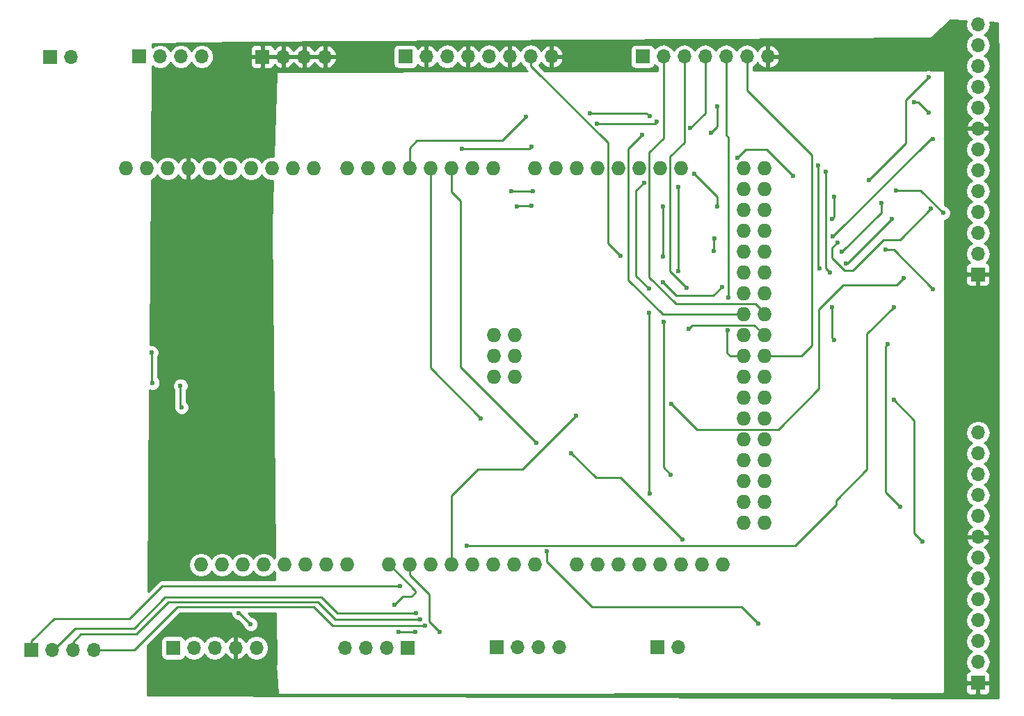
<source format=gbr>
G04 #@! TF.FileFunction,Copper,L2,Bot,Signal*
%FSLAX46Y46*%
G04 Gerber Fmt 4.6, Leading zero omitted, Abs format (unit mm)*
G04 Created by KiCad (PCBNEW 4.0.7) date 06/16/18 23:00:12*
%MOMM*%
%LPD*%
G01*
G04 APERTURE LIST*
%ADD10C,0.100000*%
%ADD11R,1.700000X1.700000*%
%ADD12O,1.700000X1.700000*%
%ADD13O,1.727200X1.727200*%
%ADD14C,0.600000*%
%ADD15C,0.250000*%
%ADD16C,0.254000*%
G04 APERTURE END LIST*
D10*
D11*
X204000000Y-98250000D03*
D12*
X204000000Y-95710000D03*
X204000000Y-93170000D03*
X204000000Y-90630000D03*
X204000000Y-88090000D03*
X204000000Y-85550000D03*
X204000000Y-83010000D03*
X204000000Y-80470000D03*
X204000000Y-77930000D03*
X204000000Y-75390000D03*
X204000000Y-72850000D03*
X204000000Y-70310000D03*
X204000000Y-67770000D03*
D11*
X106030000Y-93980000D03*
D12*
X108570000Y-93980000D03*
X111110000Y-93980000D03*
X113650000Y-93980000D03*
X116190000Y-93980000D03*
D11*
X204000000Y-48500000D03*
D12*
X204000000Y-45960000D03*
X204000000Y-43420000D03*
X204000000Y-40880000D03*
X204000000Y-38340000D03*
X204000000Y-35800000D03*
X204000000Y-33260000D03*
X204000000Y-30720000D03*
X204000000Y-28180000D03*
X204000000Y-25640000D03*
X204000000Y-23100000D03*
X204000000Y-20560000D03*
X204000000Y-18020000D03*
D11*
X134320000Y-21950000D03*
D12*
X136860000Y-21950000D03*
X139400000Y-21950000D03*
X141940000Y-21950000D03*
X144480000Y-21950000D03*
X147020000Y-21950000D03*
X149560000Y-21950000D03*
X152100000Y-21950000D03*
D11*
X163170000Y-21950000D03*
D12*
X165710000Y-21950000D03*
X168250000Y-21950000D03*
X170790000Y-21950000D03*
X173330000Y-21950000D03*
X175870000Y-21950000D03*
X178410000Y-21950000D03*
D11*
X145430000Y-93920000D03*
D12*
X147970000Y-93920000D03*
X150510000Y-93920000D03*
X153050000Y-93920000D03*
D11*
X134570000Y-93940000D03*
D12*
X132030000Y-93940000D03*
X129490000Y-93940000D03*
X126950000Y-93940000D03*
D13*
X145117000Y-61000000D03*
X147657000Y-61000000D03*
X147657000Y-58460000D03*
X145117000Y-58460000D03*
X147657000Y-55920000D03*
X132290000Y-83860000D03*
X127210000Y-83860000D03*
X124670000Y-83860000D03*
X122130000Y-83860000D03*
X119590000Y-83860000D03*
X117050000Y-83860000D03*
X114510000Y-83860000D03*
X111970000Y-83860000D03*
X167850000Y-35600000D03*
X165310000Y-35600000D03*
X162770000Y-35600000D03*
X160230000Y-35600000D03*
X157690000Y-35600000D03*
X155150000Y-35600000D03*
X152610000Y-35600000D03*
X150070000Y-35600000D03*
X144990000Y-35600000D03*
X142450000Y-35600000D03*
X139910000Y-35600000D03*
X137370000Y-35600000D03*
X134830000Y-35600000D03*
X132290000Y-35600000D03*
X129750000Y-35600000D03*
X127210000Y-35600000D03*
X107906000Y-35600000D03*
X123146000Y-35600000D03*
X120606000Y-35600000D03*
X118066000Y-35600000D03*
X100286000Y-35600000D03*
X102826000Y-35600000D03*
X105366000Y-35600000D03*
X110446000Y-35600000D03*
X112986000Y-35600000D03*
X115526000Y-35600000D03*
X109430000Y-83860000D03*
X134830000Y-83860000D03*
X137370000Y-83860000D03*
X139910000Y-83860000D03*
X142450000Y-83860000D03*
X144990000Y-83860000D03*
X147530000Y-83860000D03*
X150070000Y-83860000D03*
X155150000Y-83860000D03*
X157690000Y-83860000D03*
X160230000Y-83860000D03*
X162770000Y-83860000D03*
X165310000Y-83860000D03*
X167850000Y-83860000D03*
X170390000Y-83860000D03*
X172930000Y-83860000D03*
X175470000Y-35600000D03*
X178010000Y-35600000D03*
X175470000Y-38140000D03*
X178010000Y-38140000D03*
X175470000Y-40680000D03*
X178010000Y-40680000D03*
X175470000Y-43220000D03*
X178010000Y-43220000D03*
X175470000Y-45760000D03*
X178010000Y-45760000D03*
X175470000Y-48300000D03*
X178010000Y-48300000D03*
X175470000Y-50840000D03*
X178010000Y-50840000D03*
X175470000Y-53380000D03*
X178010000Y-53380000D03*
X175470000Y-55920000D03*
X178010000Y-55920000D03*
X175470000Y-58460000D03*
X178010000Y-58460000D03*
X175470000Y-61000000D03*
X178010000Y-61000000D03*
X175470000Y-63540000D03*
X178010000Y-63540000D03*
X175470000Y-66080000D03*
X178010000Y-66080000D03*
X175470000Y-68620000D03*
X178010000Y-68620000D03*
X175470000Y-71160000D03*
X178010000Y-71160000D03*
X175470000Y-73700000D03*
X178010000Y-73700000D03*
X175470000Y-76240000D03*
X178010000Y-76240000D03*
X175470000Y-78780000D03*
X178010000Y-78780000D03*
X145117000Y-55920000D03*
D11*
X101900000Y-21960000D03*
D12*
X104440000Y-21960000D03*
X106980000Y-21960000D03*
X109520000Y-21960000D03*
D11*
X116900000Y-21970000D03*
D12*
X119440000Y-21970000D03*
X121980000Y-21970000D03*
X124520000Y-21970000D03*
D11*
X91040000Y-22000000D03*
D12*
X93580000Y-22000000D03*
D11*
X164970000Y-93880000D03*
D12*
X167510000Y-93880000D03*
D11*
X88790000Y-94210000D03*
D12*
X91330000Y-94210000D03*
X93870000Y-94210000D03*
X96410000Y-94210000D03*
D14*
X103430000Y-58000000D03*
X103550000Y-61690000D03*
X106940000Y-62040000D03*
X107060000Y-64690000D03*
X114020000Y-89720000D03*
X115480000Y-91110000D03*
X133000000Y-88750000D03*
X133500000Y-92000000D03*
X135500000Y-92000000D03*
X150250000Y-69000000D03*
X151500000Y-82250000D03*
X177250000Y-91000000D03*
X174750000Y-34250000D03*
X181500000Y-36500000D03*
X185500000Y-36000000D03*
X186000000Y-48250000D03*
X186250000Y-52500000D03*
X186500000Y-56500000D03*
X193750000Y-63750000D03*
X197250000Y-81000000D03*
X194500000Y-76750000D03*
X193000000Y-57000000D03*
X186250000Y-41750000D03*
X186500000Y-39000000D03*
X138500000Y-92000000D03*
X143500000Y-66000000D03*
X154500000Y-70250000D03*
X168000000Y-80750000D03*
X172250000Y-40250000D03*
X169500000Y-36250000D03*
X184500000Y-35250000D03*
X184750000Y-47750000D03*
X192750000Y-45500000D03*
X198500000Y-50250000D03*
X193750000Y-52500000D03*
X141750000Y-81500000D03*
X172250000Y-28000000D03*
X171500000Y-31250000D03*
X194000000Y-38250000D03*
X199750000Y-41000000D03*
X148980000Y-29280000D03*
X156800000Y-28830000D03*
X164010000Y-29170000D03*
X186900000Y-44600000D03*
X198250000Y-40500000D03*
X186320000Y-43880000D03*
X198500000Y-31970000D03*
X155040000Y-65700000D03*
X166680000Y-64250000D03*
X194970000Y-48920000D03*
X198000000Y-28750000D03*
X196250000Y-27500000D03*
X164930000Y-29870000D03*
X157580000Y-30100000D03*
X149650000Y-32910000D03*
X141210000Y-33190000D03*
X193500000Y-41750000D03*
X187920000Y-47160000D03*
X187450000Y-45760000D03*
X198000000Y-24500000D03*
X190750000Y-37000000D03*
X192250000Y-39750000D03*
X171800000Y-45600000D03*
X171890000Y-44120000D03*
X149810000Y-38390000D03*
X147240000Y-38340000D03*
X147900000Y-40200000D03*
X149620000Y-40160000D03*
X172840000Y-50010000D03*
X165670000Y-49480000D03*
X160480000Y-46220000D03*
X163140000Y-31460000D03*
X168550000Y-50140000D03*
X168980000Y-30650000D03*
X167560000Y-48080000D03*
X167550000Y-37830000D03*
X168790000Y-55100000D03*
X173520000Y-55290000D03*
X173650000Y-51270000D03*
X163370000Y-37300000D03*
X163940000Y-50230000D03*
X163950000Y-53200000D03*
X164090000Y-75150000D03*
X165630000Y-40210000D03*
X165630000Y-46270000D03*
X165710000Y-54250000D03*
X166630000Y-72920000D03*
X133640000Y-86470000D03*
X135600000Y-89770000D03*
X136100000Y-90530000D03*
X136670000Y-91260000D03*
D15*
X103430000Y-61570000D02*
X103430000Y-58000000D01*
X103550000Y-61690000D02*
X103430000Y-61570000D01*
X106940000Y-64570000D02*
X106940000Y-62040000D01*
X107060000Y-64690000D02*
X106940000Y-64570000D01*
X114090000Y-89720000D02*
X114020000Y-89720000D01*
X115480000Y-91110000D02*
X114090000Y-89720000D01*
X135500000Y-87000000D02*
X132360000Y-83860000D01*
X135500000Y-87250000D02*
X135500000Y-87000000D01*
X135000000Y-87750000D02*
X135500000Y-87250000D01*
X134000000Y-87750000D02*
X135000000Y-87750000D01*
X133000000Y-88750000D02*
X134000000Y-87750000D01*
X135500000Y-92000000D02*
X133500000Y-92000000D01*
X132360000Y-83860000D02*
X132290000Y-83860000D01*
X139910000Y-38410000D02*
X139910000Y-35600000D01*
X141000000Y-39500000D02*
X139910000Y-38410000D01*
X141000000Y-59750000D02*
X141000000Y-39500000D01*
X150250000Y-69000000D02*
X141000000Y-59750000D01*
X151500000Y-83500000D02*
X151500000Y-82250000D01*
X157000000Y-89000000D02*
X151500000Y-83500000D01*
X175250000Y-89000000D02*
X157000000Y-89000000D01*
X177250000Y-91000000D02*
X175250000Y-89000000D01*
X175750000Y-33250000D02*
X174750000Y-34250000D01*
X178250000Y-33250000D02*
X175750000Y-33250000D01*
X181500000Y-36500000D02*
X178250000Y-33250000D01*
X185500000Y-47750000D02*
X185500000Y-36000000D01*
X186000000Y-48250000D02*
X185500000Y-47750000D01*
X186250000Y-56250000D02*
X186250000Y-52500000D01*
X186500000Y-56500000D02*
X186250000Y-56250000D01*
X196250000Y-66250000D02*
X193750000Y-63750000D01*
X196250000Y-80000000D02*
X196250000Y-66250000D01*
X197250000Y-81000000D02*
X196250000Y-80000000D01*
X194500000Y-76750000D02*
X192750000Y-75000000D01*
X192750000Y-75000000D02*
X192750000Y-57250000D01*
X192750000Y-57250000D02*
X193000000Y-57000000D01*
X186250000Y-41750000D02*
X186500000Y-41500000D01*
X186500000Y-41500000D02*
X186500000Y-39000000D01*
X134830000Y-85080000D02*
X134830000Y-83860000D01*
X137250000Y-87500000D02*
X134830000Y-85080000D01*
X137250000Y-90750000D02*
X137250000Y-87500000D01*
X138500000Y-92000000D02*
X137250000Y-90750000D01*
X137370000Y-59870000D02*
X137370000Y-35600000D01*
X143500000Y-66000000D02*
X137370000Y-59870000D01*
X157500000Y-73250000D02*
X154500000Y-70250000D01*
X160500000Y-73250000D02*
X157500000Y-73250000D01*
X168000000Y-80750000D02*
X160500000Y-73250000D01*
X172250000Y-39000000D02*
X172250000Y-40250000D01*
X169500000Y-36250000D02*
X172250000Y-39000000D01*
X184500000Y-47500000D02*
X184500000Y-35250000D01*
X184750000Y-47750000D02*
X184500000Y-47500000D01*
X193750000Y-45500000D02*
X192750000Y-45500000D01*
X198500000Y-50250000D02*
X193750000Y-45500000D01*
X186750000Y-76000000D02*
X186750000Y-76500000D01*
X193750000Y-52500000D02*
X190500000Y-55750000D01*
X190500000Y-55750000D02*
X190500000Y-72250000D01*
X190500000Y-72250000D02*
X186750000Y-76000000D01*
X181750000Y-81500000D02*
X180000000Y-81500000D01*
X186750000Y-76500000D02*
X181750000Y-81500000D01*
X180750000Y-81500000D02*
X180000000Y-81500000D01*
X180000000Y-81500000D02*
X141750000Y-81500000D01*
X172250000Y-30500000D02*
X172250000Y-28000000D01*
X171500000Y-31250000D02*
X172250000Y-30500000D01*
X197000000Y-38250000D02*
X194000000Y-38250000D01*
X199750000Y-41000000D02*
X197000000Y-38250000D01*
X134830000Y-33090000D02*
X134830000Y-35600000D01*
X135730000Y-32190000D02*
X134830000Y-33090000D01*
X146070000Y-32190000D02*
X135730000Y-32190000D01*
X148980000Y-29280000D02*
X146070000Y-32190000D01*
X163670000Y-28830000D02*
X156800000Y-28830000D01*
X164010000Y-29170000D02*
X163670000Y-28830000D01*
X186250000Y-45250000D02*
X186900000Y-44600000D01*
X186250000Y-46500000D02*
X186250000Y-45250000D01*
X187750000Y-48000000D02*
X186250000Y-46500000D01*
X188750000Y-48000000D02*
X187750000Y-48000000D01*
X192500000Y-44250000D02*
X188750000Y-48000000D01*
X194500000Y-44250000D02*
X192500000Y-44250000D01*
X198250000Y-40500000D02*
X194500000Y-44250000D01*
X186320000Y-43880000D02*
X198230000Y-31970000D01*
X198230000Y-31970000D02*
X198500000Y-31970000D01*
X139910000Y-75410000D02*
X139910000Y-83860000D01*
X143130000Y-72190000D02*
X139910000Y-75410000D01*
X148550000Y-72190000D02*
X143130000Y-72190000D01*
X155040000Y-65700000D02*
X148550000Y-72190000D01*
X169810000Y-67380000D02*
X166680000Y-64250000D01*
X179700000Y-67380000D02*
X169810000Y-67380000D01*
X184650000Y-62430000D02*
X179700000Y-67380000D01*
X184650000Y-52710000D02*
X184650000Y-62430000D01*
X187580000Y-49780000D02*
X184650000Y-52710000D01*
X194110000Y-49780000D02*
X187580000Y-49780000D01*
X194970000Y-48920000D02*
X194110000Y-49780000D01*
X198000000Y-28750000D02*
X196750000Y-27500000D01*
X196750000Y-27500000D02*
X196250000Y-27500000D01*
X164930000Y-29870000D02*
X164700000Y-30100000D01*
X164700000Y-30100000D02*
X157580000Y-30100000D01*
X149650000Y-32910000D02*
X149370000Y-33190000D01*
X149370000Y-33190000D02*
X141210000Y-33190000D01*
X193500000Y-41750000D02*
X188090000Y-47160000D01*
X188090000Y-47160000D02*
X187920000Y-47160000D01*
X195250000Y-27250000D02*
X198000000Y-24500000D01*
X195250000Y-32500000D02*
X195250000Y-27250000D01*
X190750000Y-37000000D02*
X195250000Y-32500000D01*
X192250000Y-40960000D02*
X192250000Y-39750000D01*
X187450000Y-45760000D02*
X192250000Y-40960000D01*
X171800000Y-44210000D02*
X171800000Y-45600000D01*
X171890000Y-44120000D02*
X171800000Y-44210000D01*
X147290000Y-38390000D02*
X149810000Y-38390000D01*
X147240000Y-38340000D02*
X147290000Y-38390000D01*
X147900000Y-40200000D02*
X147940000Y-40160000D01*
X147940000Y-40160000D02*
X149620000Y-40160000D01*
X149560000Y-21950000D02*
X149560000Y-23070000D01*
X171770000Y-51080000D02*
X172840000Y-50010000D01*
X167270000Y-51080000D02*
X171770000Y-51080000D01*
X165670000Y-49480000D02*
X167270000Y-51080000D01*
X158950000Y-44690000D02*
X160480000Y-46220000D01*
X158950000Y-32460000D02*
X158950000Y-44690000D01*
X149560000Y-23070000D02*
X158950000Y-32460000D01*
X165660000Y-53380000D02*
X175470000Y-53380000D01*
X161440000Y-49160000D02*
X165660000Y-53380000D01*
X161440000Y-33160000D02*
X161440000Y-49160000D01*
X163140000Y-31460000D02*
X161440000Y-33160000D01*
X165710000Y-21950000D02*
X165710000Y-31910000D01*
X176960000Y-52110000D02*
X178010000Y-53160000D01*
X167290000Y-52110000D02*
X176960000Y-52110000D01*
X164000000Y-48820000D02*
X167290000Y-52110000D01*
X164000000Y-33620000D02*
X164000000Y-48820000D01*
X165710000Y-31910000D02*
X164000000Y-33620000D01*
X178010000Y-53160000D02*
X178010000Y-53380000D01*
X168250000Y-21950000D02*
X168250000Y-32410000D01*
X166540000Y-48130000D02*
X168550000Y-50140000D01*
X166540000Y-34120000D02*
X166540000Y-48130000D01*
X168250000Y-32410000D02*
X166540000Y-34120000D01*
X170790000Y-28840000D02*
X168980000Y-30650000D01*
X170790000Y-21950000D02*
X170790000Y-28840000D01*
X167560000Y-37840000D02*
X167560000Y-48080000D01*
X167550000Y-37830000D02*
X167560000Y-37840000D01*
X176750000Y-54660000D02*
X178010000Y-55920000D01*
X169230000Y-54660000D02*
X176750000Y-54660000D01*
X168790000Y-55100000D02*
X169230000Y-54660000D01*
X173330000Y-21950000D02*
X173330000Y-31480000D01*
X173890000Y-58460000D02*
X175470000Y-58460000D01*
X173490000Y-58060000D02*
X173890000Y-58460000D01*
X173490000Y-55320000D02*
X173490000Y-58060000D01*
X173520000Y-55290000D02*
X173490000Y-55320000D01*
X173650000Y-31800000D02*
X173650000Y-51270000D01*
X173330000Y-31480000D02*
X173650000Y-31800000D01*
X175870000Y-21950000D02*
X175870000Y-26070000D01*
X182480000Y-58460000D02*
X178010000Y-58460000D01*
X183760000Y-57180000D02*
X182480000Y-58460000D01*
X183760000Y-33960000D02*
X183760000Y-57180000D01*
X175870000Y-26070000D02*
X183760000Y-33960000D01*
X162390000Y-38280000D02*
X163370000Y-37300000D01*
X162390000Y-48680000D02*
X162390000Y-38280000D01*
X163940000Y-50230000D02*
X162390000Y-48680000D01*
X163950000Y-75010000D02*
X163950000Y-53200000D01*
X164090000Y-75150000D02*
X163950000Y-75010000D01*
X165630000Y-46270000D02*
X165630000Y-40210000D01*
X165710000Y-72000000D02*
X165710000Y-54250000D01*
X166630000Y-72920000D02*
X165710000Y-72000000D01*
X88790000Y-94210000D02*
X88790000Y-93160000D01*
X104700000Y-86470000D02*
X133640000Y-86470000D01*
X100760000Y-90410000D02*
X104700000Y-86470000D01*
X91540000Y-90410000D02*
X100760000Y-90410000D01*
X88790000Y-93160000D02*
X91540000Y-90410000D01*
X91330000Y-94210000D02*
X91490000Y-94210000D01*
X91490000Y-94210000D02*
X94120000Y-91580000D01*
X94120000Y-91580000D02*
X101300000Y-91580000D01*
X101300000Y-91580000D02*
X105060000Y-87820000D01*
X105060000Y-87820000D02*
X124100000Y-87820000D01*
X124100000Y-87820000D02*
X126050000Y-89770000D01*
X126050000Y-89770000D02*
X135600000Y-89770000D01*
X93870000Y-94210000D02*
X93870000Y-93270000D01*
X125790000Y-90530000D02*
X136100000Y-90530000D01*
X123660000Y-88400000D02*
X125790000Y-90530000D01*
X105450000Y-88400000D02*
X123660000Y-88400000D01*
X101530000Y-92320000D02*
X105450000Y-88400000D01*
X94820000Y-92320000D02*
X101530000Y-92320000D01*
X93870000Y-93270000D02*
X94820000Y-92320000D01*
X96410000Y-94210000D02*
X101320000Y-94210000D01*
X125460000Y-91260000D02*
X136670000Y-91260000D01*
X123160000Y-88960000D02*
X125460000Y-91260000D01*
X106570000Y-88960000D02*
X123160000Y-88960000D01*
X101320000Y-94210000D02*
X106570000Y-88960000D01*
D16*
G36*
X202564073Y-17627032D02*
X202485907Y-18020000D01*
X202598946Y-18588285D01*
X202920853Y-19070054D01*
X203250026Y-19290000D01*
X202920853Y-19509946D01*
X202598946Y-19991715D01*
X202485907Y-20560000D01*
X202598946Y-21128285D01*
X202920853Y-21610054D01*
X203250026Y-21830000D01*
X202920853Y-22049946D01*
X202598946Y-22531715D01*
X202485907Y-23100000D01*
X202598946Y-23668285D01*
X202920853Y-24150054D01*
X203250026Y-24370000D01*
X202920853Y-24589946D01*
X202598946Y-25071715D01*
X202485907Y-25640000D01*
X202598946Y-26208285D01*
X202920853Y-26690054D01*
X203250026Y-26910000D01*
X202920853Y-27129946D01*
X202598946Y-27611715D01*
X202485907Y-28180000D01*
X202598946Y-28748285D01*
X202920853Y-29230054D01*
X203261553Y-29457702D01*
X203118642Y-29524817D01*
X202728355Y-29953076D01*
X202558524Y-30363110D01*
X202679845Y-30593000D01*
X203873000Y-30593000D01*
X203873000Y-30573000D01*
X204127000Y-30573000D01*
X204127000Y-30593000D01*
X205320155Y-30593000D01*
X205441476Y-30363110D01*
X205271645Y-29953076D01*
X204881358Y-29524817D01*
X204738447Y-29457702D01*
X205079147Y-29230054D01*
X205401054Y-28748285D01*
X205514093Y-28180000D01*
X205401054Y-27611715D01*
X205079147Y-27129946D01*
X204749974Y-26910000D01*
X205079147Y-26690054D01*
X205401054Y-26208285D01*
X205514093Y-25640000D01*
X205401054Y-25071715D01*
X205079147Y-24589946D01*
X204749974Y-24370000D01*
X205079147Y-24150054D01*
X205401054Y-23668285D01*
X205514093Y-23100000D01*
X205401054Y-22531715D01*
X205079147Y-22049946D01*
X204749974Y-21830000D01*
X205079147Y-21610054D01*
X205401054Y-21128285D01*
X205514093Y-20560000D01*
X205401054Y-19991715D01*
X205079147Y-19509946D01*
X204749974Y-19290000D01*
X205079147Y-19070054D01*
X205401054Y-18588285D01*
X205514093Y-18020000D01*
X205465270Y-17774551D01*
X206375391Y-17820828D01*
X206473005Y-22701542D01*
X206490000Y-27091917D01*
X206490000Y-100071819D01*
X102927000Y-99773366D01*
X102927000Y-96100500D01*
X102946330Y-93658472D01*
X103474802Y-93130000D01*
X104532560Y-93130000D01*
X104532560Y-94830000D01*
X104576838Y-95065317D01*
X104715910Y-95281441D01*
X104928110Y-95426431D01*
X105180000Y-95477440D01*
X106880000Y-95477440D01*
X107115317Y-95433162D01*
X107331441Y-95294090D01*
X107476431Y-95081890D01*
X107490086Y-95014459D01*
X107519946Y-95059147D01*
X108001715Y-95381054D01*
X108570000Y-95494093D01*
X109138285Y-95381054D01*
X109620054Y-95059147D01*
X109840000Y-94729974D01*
X110059946Y-95059147D01*
X110541715Y-95381054D01*
X111110000Y-95494093D01*
X111678285Y-95381054D01*
X112160054Y-95059147D01*
X112387702Y-94718447D01*
X112454817Y-94861358D01*
X112883076Y-95251645D01*
X113293110Y-95421476D01*
X113523000Y-95300155D01*
X113523000Y-94107000D01*
X113503000Y-94107000D01*
X113503000Y-93853000D01*
X113523000Y-93853000D01*
X113523000Y-92659845D01*
X113777000Y-92659845D01*
X113777000Y-93853000D01*
X113797000Y-93853000D01*
X113797000Y-94107000D01*
X113777000Y-94107000D01*
X113777000Y-95300155D01*
X114006890Y-95421476D01*
X114416924Y-95251645D01*
X114845183Y-94861358D01*
X114912298Y-94718447D01*
X115139946Y-95059147D01*
X115621715Y-95381054D01*
X116190000Y-95494093D01*
X116758285Y-95381054D01*
X117240054Y-95059147D01*
X117561961Y-94577378D01*
X117675000Y-94009093D01*
X117675000Y-93950907D01*
X117561961Y-93382622D01*
X117240054Y-92900853D01*
X116758285Y-92578946D01*
X116190000Y-92465907D01*
X115621715Y-92578946D01*
X115139946Y-92900853D01*
X114912298Y-93241553D01*
X114845183Y-93098642D01*
X114416924Y-92708355D01*
X114006890Y-92538524D01*
X113777000Y-92659845D01*
X113523000Y-92659845D01*
X113293110Y-92538524D01*
X112883076Y-92708355D01*
X112454817Y-93098642D01*
X112387702Y-93241553D01*
X112160054Y-92900853D01*
X111678285Y-92578946D01*
X111110000Y-92465907D01*
X110541715Y-92578946D01*
X110059946Y-92900853D01*
X109840000Y-93230026D01*
X109620054Y-92900853D01*
X109138285Y-92578946D01*
X108570000Y-92465907D01*
X108001715Y-92578946D01*
X107519946Y-92900853D01*
X107492150Y-92942452D01*
X107483162Y-92894683D01*
X107344090Y-92678559D01*
X107131890Y-92533569D01*
X106880000Y-92482560D01*
X105180000Y-92482560D01*
X104944683Y-92526838D01*
X104728559Y-92665910D01*
X104583569Y-92878110D01*
X104532560Y-93130000D01*
X103474802Y-93130000D01*
X106884802Y-89720000D01*
X113084999Y-89720000D01*
X113084838Y-89905167D01*
X113226883Y-90248943D01*
X113489673Y-90512192D01*
X113833201Y-90654838D01*
X113950138Y-90654940D01*
X114544878Y-91249680D01*
X114544838Y-91295167D01*
X114686883Y-91638943D01*
X114949673Y-91902192D01*
X115293201Y-92044838D01*
X115665167Y-92045162D01*
X116008943Y-91903117D01*
X116272192Y-91640327D01*
X116414838Y-91296799D01*
X116415162Y-90924833D01*
X116273117Y-90581057D01*
X116010327Y-90317808D01*
X115666799Y-90175162D01*
X115619923Y-90175121D01*
X115164802Y-89720000D01*
X118501574Y-89720000D01*
X118571672Y-95982112D01*
X118567257Y-95983006D01*
X118525632Y-96011447D01*
X118498352Y-96053841D01*
X118490106Y-96110547D01*
X118773439Y-99510547D01*
X118787513Y-99558955D01*
X118819312Y-99598074D01*
X118863826Y-99621739D01*
X118900157Y-99627000D01*
X199800157Y-99527000D01*
X199849555Y-99516933D01*
X199891144Y-99488441D01*
X199918372Y-99446013D01*
X199927000Y-99400000D01*
X199927000Y-98535750D01*
X202515000Y-98535750D01*
X202515000Y-99226310D01*
X202611673Y-99459699D01*
X202790302Y-99638327D01*
X203023691Y-99735000D01*
X203714250Y-99735000D01*
X203873000Y-99576250D01*
X203873000Y-98377000D01*
X204127000Y-98377000D01*
X204127000Y-99576250D01*
X204285750Y-99735000D01*
X204976309Y-99735000D01*
X205209698Y-99638327D01*
X205388327Y-99459699D01*
X205485000Y-99226310D01*
X205485000Y-98535750D01*
X205326250Y-98377000D01*
X204127000Y-98377000D01*
X203873000Y-98377000D01*
X202673750Y-98377000D01*
X202515000Y-98535750D01*
X199927000Y-98535750D01*
X199927000Y-83010000D01*
X202485907Y-83010000D01*
X202598946Y-83578285D01*
X202920853Y-84060054D01*
X203250026Y-84280000D01*
X202920853Y-84499946D01*
X202598946Y-84981715D01*
X202485907Y-85550000D01*
X202598946Y-86118285D01*
X202920853Y-86600054D01*
X203250026Y-86820000D01*
X202920853Y-87039946D01*
X202598946Y-87521715D01*
X202485907Y-88090000D01*
X202598946Y-88658285D01*
X202920853Y-89140054D01*
X203250026Y-89360000D01*
X202920853Y-89579946D01*
X202598946Y-90061715D01*
X202485907Y-90630000D01*
X202598946Y-91198285D01*
X202920853Y-91680054D01*
X203250026Y-91900000D01*
X202920853Y-92119946D01*
X202598946Y-92601715D01*
X202485907Y-93170000D01*
X202598946Y-93738285D01*
X202920853Y-94220054D01*
X203250026Y-94440000D01*
X202920853Y-94659946D01*
X202598946Y-95141715D01*
X202485907Y-95710000D01*
X202598946Y-96278285D01*
X202920853Y-96760054D01*
X202964777Y-96789403D01*
X202790302Y-96861673D01*
X202611673Y-97040301D01*
X202515000Y-97273690D01*
X202515000Y-97964250D01*
X202673750Y-98123000D01*
X203873000Y-98123000D01*
X203873000Y-98103000D01*
X204127000Y-98103000D01*
X204127000Y-98123000D01*
X205326250Y-98123000D01*
X205485000Y-97964250D01*
X205485000Y-97273690D01*
X205388327Y-97040301D01*
X205209698Y-96861673D01*
X205035223Y-96789403D01*
X205079147Y-96760054D01*
X205401054Y-96278285D01*
X205514093Y-95710000D01*
X205401054Y-95141715D01*
X205079147Y-94659946D01*
X204749974Y-94440000D01*
X205079147Y-94220054D01*
X205401054Y-93738285D01*
X205514093Y-93170000D01*
X205401054Y-92601715D01*
X205079147Y-92119946D01*
X204749974Y-91900000D01*
X205079147Y-91680054D01*
X205401054Y-91198285D01*
X205514093Y-90630000D01*
X205401054Y-90061715D01*
X205079147Y-89579946D01*
X204749974Y-89360000D01*
X205079147Y-89140054D01*
X205401054Y-88658285D01*
X205514093Y-88090000D01*
X205401054Y-87521715D01*
X205079147Y-87039946D01*
X204749974Y-86820000D01*
X205079147Y-86600054D01*
X205401054Y-86118285D01*
X205514093Y-85550000D01*
X205401054Y-84981715D01*
X205079147Y-84499946D01*
X204749974Y-84280000D01*
X205079147Y-84060054D01*
X205401054Y-83578285D01*
X205514093Y-83010000D01*
X205401054Y-82441715D01*
X205079147Y-81959946D01*
X204738447Y-81732298D01*
X204881358Y-81665183D01*
X205271645Y-81236924D01*
X205441476Y-80826890D01*
X205320155Y-80597000D01*
X204127000Y-80597000D01*
X204127000Y-80617000D01*
X203873000Y-80617000D01*
X203873000Y-80597000D01*
X202679845Y-80597000D01*
X202558524Y-80826890D01*
X202728355Y-81236924D01*
X203118642Y-81665183D01*
X203261553Y-81732298D01*
X202920853Y-81959946D01*
X202598946Y-82441715D01*
X202485907Y-83010000D01*
X199927000Y-83010000D01*
X199927000Y-67770000D01*
X202485907Y-67770000D01*
X202598946Y-68338285D01*
X202920853Y-68820054D01*
X203250026Y-69040000D01*
X202920853Y-69259946D01*
X202598946Y-69741715D01*
X202485907Y-70310000D01*
X202598946Y-70878285D01*
X202920853Y-71360054D01*
X203250026Y-71580000D01*
X202920853Y-71799946D01*
X202598946Y-72281715D01*
X202485907Y-72850000D01*
X202598946Y-73418285D01*
X202920853Y-73900054D01*
X203250026Y-74120000D01*
X202920853Y-74339946D01*
X202598946Y-74821715D01*
X202485907Y-75390000D01*
X202598946Y-75958285D01*
X202920853Y-76440054D01*
X203250026Y-76660000D01*
X202920853Y-76879946D01*
X202598946Y-77361715D01*
X202485907Y-77930000D01*
X202598946Y-78498285D01*
X202920853Y-78980054D01*
X203261553Y-79207702D01*
X203118642Y-79274817D01*
X202728355Y-79703076D01*
X202558524Y-80113110D01*
X202679845Y-80343000D01*
X203873000Y-80343000D01*
X203873000Y-80323000D01*
X204127000Y-80323000D01*
X204127000Y-80343000D01*
X205320155Y-80343000D01*
X205441476Y-80113110D01*
X205271645Y-79703076D01*
X204881358Y-79274817D01*
X204738447Y-79207702D01*
X205079147Y-78980054D01*
X205401054Y-78498285D01*
X205514093Y-77930000D01*
X205401054Y-77361715D01*
X205079147Y-76879946D01*
X204749974Y-76660000D01*
X205079147Y-76440054D01*
X205401054Y-75958285D01*
X205514093Y-75390000D01*
X205401054Y-74821715D01*
X205079147Y-74339946D01*
X204749974Y-74120000D01*
X205079147Y-73900054D01*
X205401054Y-73418285D01*
X205514093Y-72850000D01*
X205401054Y-72281715D01*
X205079147Y-71799946D01*
X204749974Y-71580000D01*
X205079147Y-71360054D01*
X205401054Y-70878285D01*
X205514093Y-70310000D01*
X205401054Y-69741715D01*
X205079147Y-69259946D01*
X204749974Y-69040000D01*
X205079147Y-68820054D01*
X205401054Y-68338285D01*
X205514093Y-67770000D01*
X205401054Y-67201715D01*
X205079147Y-66719946D01*
X204597378Y-66398039D01*
X204029093Y-66285000D01*
X203970907Y-66285000D01*
X203402622Y-66398039D01*
X202920853Y-66719946D01*
X202598946Y-67201715D01*
X202485907Y-67770000D01*
X199927000Y-67770000D01*
X199927000Y-48785750D01*
X202515000Y-48785750D01*
X202515000Y-49476310D01*
X202611673Y-49709699D01*
X202790302Y-49888327D01*
X203023691Y-49985000D01*
X203714250Y-49985000D01*
X203873000Y-49826250D01*
X203873000Y-48627000D01*
X204127000Y-48627000D01*
X204127000Y-49826250D01*
X204285750Y-49985000D01*
X204976309Y-49985000D01*
X205209698Y-49888327D01*
X205388327Y-49709699D01*
X205485000Y-49476310D01*
X205485000Y-48785750D01*
X205326250Y-48627000D01*
X204127000Y-48627000D01*
X203873000Y-48627000D01*
X202673750Y-48627000D01*
X202515000Y-48785750D01*
X199927000Y-48785750D01*
X199927000Y-41935155D01*
X199935167Y-41935162D01*
X200278943Y-41793117D01*
X200542192Y-41530327D01*
X200684838Y-41186799D01*
X200685162Y-40814833D01*
X200543117Y-40471057D01*
X200280327Y-40207808D01*
X199936799Y-40065162D01*
X199927000Y-40065153D01*
X199927000Y-33260000D01*
X202485907Y-33260000D01*
X202598946Y-33828285D01*
X202920853Y-34310054D01*
X203250026Y-34530000D01*
X202920853Y-34749946D01*
X202598946Y-35231715D01*
X202485907Y-35800000D01*
X202598946Y-36368285D01*
X202920853Y-36850054D01*
X203250026Y-37070000D01*
X202920853Y-37289946D01*
X202598946Y-37771715D01*
X202485907Y-38340000D01*
X202598946Y-38908285D01*
X202920853Y-39390054D01*
X203250026Y-39610000D01*
X202920853Y-39829946D01*
X202598946Y-40311715D01*
X202485907Y-40880000D01*
X202598946Y-41448285D01*
X202920853Y-41930054D01*
X203250026Y-42150000D01*
X202920853Y-42369946D01*
X202598946Y-42851715D01*
X202485907Y-43420000D01*
X202598946Y-43988285D01*
X202920853Y-44470054D01*
X203250026Y-44690000D01*
X202920853Y-44909946D01*
X202598946Y-45391715D01*
X202485907Y-45960000D01*
X202598946Y-46528285D01*
X202920853Y-47010054D01*
X202964777Y-47039403D01*
X202790302Y-47111673D01*
X202611673Y-47290301D01*
X202515000Y-47523690D01*
X202515000Y-48214250D01*
X202673750Y-48373000D01*
X203873000Y-48373000D01*
X203873000Y-48353000D01*
X204127000Y-48353000D01*
X204127000Y-48373000D01*
X205326250Y-48373000D01*
X205485000Y-48214250D01*
X205485000Y-47523690D01*
X205388327Y-47290301D01*
X205209698Y-47111673D01*
X205035223Y-47039403D01*
X205079147Y-47010054D01*
X205401054Y-46528285D01*
X205514093Y-45960000D01*
X205401054Y-45391715D01*
X205079147Y-44909946D01*
X204749974Y-44690000D01*
X205079147Y-44470054D01*
X205401054Y-43988285D01*
X205514093Y-43420000D01*
X205401054Y-42851715D01*
X205079147Y-42369946D01*
X204749974Y-42150000D01*
X205079147Y-41930054D01*
X205401054Y-41448285D01*
X205514093Y-40880000D01*
X205401054Y-40311715D01*
X205079147Y-39829946D01*
X204749974Y-39610000D01*
X205079147Y-39390054D01*
X205401054Y-38908285D01*
X205514093Y-38340000D01*
X205401054Y-37771715D01*
X205079147Y-37289946D01*
X204749974Y-37070000D01*
X205079147Y-36850054D01*
X205401054Y-36368285D01*
X205514093Y-35800000D01*
X205401054Y-35231715D01*
X205079147Y-34749946D01*
X204749974Y-34530000D01*
X205079147Y-34310054D01*
X205401054Y-33828285D01*
X205514093Y-33260000D01*
X205401054Y-32691715D01*
X205079147Y-32209946D01*
X204738447Y-31982298D01*
X204881358Y-31915183D01*
X205271645Y-31486924D01*
X205441476Y-31076890D01*
X205320155Y-30847000D01*
X204127000Y-30847000D01*
X204127000Y-30867000D01*
X203873000Y-30867000D01*
X203873000Y-30847000D01*
X202679845Y-30847000D01*
X202558524Y-31076890D01*
X202728355Y-31486924D01*
X203118642Y-31915183D01*
X203261553Y-31982298D01*
X202920853Y-32209946D01*
X202598946Y-32691715D01*
X202485907Y-33260000D01*
X199927000Y-33260000D01*
X199927000Y-23734386D01*
X199916994Y-23684976D01*
X199888553Y-23643351D01*
X199846159Y-23616071D01*
X199799741Y-23607386D01*
X198295881Y-23610457D01*
X198186799Y-23565162D01*
X197814833Y-23564838D01*
X197701489Y-23611671D01*
X176630000Y-23654701D01*
X176630000Y-23222954D01*
X176920054Y-23029147D01*
X177147702Y-22688447D01*
X177214817Y-22831358D01*
X177643076Y-23221645D01*
X178053110Y-23391476D01*
X178283000Y-23270155D01*
X178283000Y-22077000D01*
X178537000Y-22077000D01*
X178537000Y-23270155D01*
X178766890Y-23391476D01*
X179176924Y-23221645D01*
X179605183Y-22831358D01*
X179851486Y-22306892D01*
X179730819Y-22077000D01*
X178537000Y-22077000D01*
X178283000Y-22077000D01*
X178263000Y-22077000D01*
X178263000Y-21823000D01*
X178283000Y-21823000D01*
X178283000Y-20629845D01*
X178537000Y-20629845D01*
X178537000Y-21823000D01*
X179730819Y-21823000D01*
X179851486Y-21593108D01*
X179605183Y-21068642D01*
X179176924Y-20678355D01*
X178766890Y-20508524D01*
X178537000Y-20629845D01*
X178283000Y-20629845D01*
X178053110Y-20508524D01*
X177643076Y-20678355D01*
X177214817Y-21068642D01*
X177147702Y-21211553D01*
X176920054Y-20870853D01*
X176438285Y-20548946D01*
X175870000Y-20435907D01*
X175301715Y-20548946D01*
X174819946Y-20870853D01*
X174600000Y-21200026D01*
X174380054Y-20870853D01*
X173898285Y-20548946D01*
X173330000Y-20435907D01*
X172761715Y-20548946D01*
X172279946Y-20870853D01*
X172060000Y-21200026D01*
X171840054Y-20870853D01*
X171358285Y-20548946D01*
X170790000Y-20435907D01*
X170221715Y-20548946D01*
X169739946Y-20870853D01*
X169520000Y-21200026D01*
X169300054Y-20870853D01*
X168818285Y-20548946D01*
X168250000Y-20435907D01*
X167681715Y-20548946D01*
X167199946Y-20870853D01*
X166980000Y-21200026D01*
X166760054Y-20870853D01*
X166278285Y-20548946D01*
X165710000Y-20435907D01*
X165141715Y-20548946D01*
X164659946Y-20870853D01*
X164632150Y-20912452D01*
X164623162Y-20864683D01*
X164484090Y-20648559D01*
X164271890Y-20503569D01*
X164020000Y-20452560D01*
X162320000Y-20452560D01*
X162084683Y-20496838D01*
X161868559Y-20635910D01*
X161723569Y-20848110D01*
X161672560Y-21100000D01*
X161672560Y-22800000D01*
X161716838Y-23035317D01*
X161855910Y-23251441D01*
X162068110Y-23396431D01*
X162320000Y-23447440D01*
X164020000Y-23447440D01*
X164255317Y-23403162D01*
X164471441Y-23264090D01*
X164616431Y-23051890D01*
X164630086Y-22984459D01*
X164659946Y-23029147D01*
X164950000Y-23222954D01*
X164950000Y-23678553D01*
X151271288Y-23706486D01*
X150600400Y-23035598D01*
X150610054Y-23029147D01*
X150837702Y-22688447D01*
X150904817Y-22831358D01*
X151333076Y-23221645D01*
X151743110Y-23391476D01*
X151973000Y-23270155D01*
X151973000Y-22077000D01*
X152227000Y-22077000D01*
X152227000Y-23270155D01*
X152456890Y-23391476D01*
X152866924Y-23221645D01*
X153295183Y-22831358D01*
X153541486Y-22306892D01*
X153420819Y-22077000D01*
X152227000Y-22077000D01*
X151973000Y-22077000D01*
X151953000Y-22077000D01*
X151953000Y-21823000D01*
X151973000Y-21823000D01*
X151973000Y-20629845D01*
X152227000Y-20629845D01*
X152227000Y-21823000D01*
X153420819Y-21823000D01*
X153541486Y-21593108D01*
X153295183Y-21068642D01*
X152866924Y-20678355D01*
X152456890Y-20508524D01*
X152227000Y-20629845D01*
X151973000Y-20629845D01*
X151743110Y-20508524D01*
X151333076Y-20678355D01*
X150904817Y-21068642D01*
X150837702Y-21211553D01*
X150610054Y-20870853D01*
X150128285Y-20548946D01*
X149560000Y-20435907D01*
X148991715Y-20548946D01*
X148509946Y-20870853D01*
X148282298Y-21211553D01*
X148215183Y-21068642D01*
X147786924Y-20678355D01*
X147376890Y-20508524D01*
X147147000Y-20629845D01*
X147147000Y-21823000D01*
X147167000Y-21823000D01*
X147167000Y-22077000D01*
X147147000Y-22077000D01*
X147147000Y-23270155D01*
X147376890Y-23391476D01*
X147786924Y-23221645D01*
X148215183Y-22831358D01*
X148282298Y-22688447D01*
X148509946Y-23029147D01*
X148835088Y-23246400D01*
X148857852Y-23360839D01*
X149022599Y-23607401D01*
X149126065Y-23710867D01*
X118699741Y-23773000D01*
X118650351Y-23783107D01*
X118608785Y-23811633D01*
X118581591Y-23854083D01*
X118573066Y-23895905D01*
X118242910Y-34130750D01*
X118095359Y-34101400D01*
X118036641Y-34101400D01*
X117463152Y-34215474D01*
X116976971Y-34540330D01*
X116796000Y-34811172D01*
X116615029Y-34540330D01*
X116128848Y-34215474D01*
X115555359Y-34101400D01*
X115496641Y-34101400D01*
X114923152Y-34215474D01*
X114436971Y-34540330D01*
X114256000Y-34811172D01*
X114075029Y-34540330D01*
X113588848Y-34215474D01*
X113015359Y-34101400D01*
X112956641Y-34101400D01*
X112383152Y-34215474D01*
X111896971Y-34540330D01*
X111716000Y-34811172D01*
X111535029Y-34540330D01*
X111048848Y-34215474D01*
X110475359Y-34101400D01*
X110416641Y-34101400D01*
X109843152Y-34215474D01*
X109356971Y-34540330D01*
X109176008Y-34811161D01*
X108794490Y-34393179D01*
X108265027Y-34145032D01*
X108033000Y-34265531D01*
X108033000Y-35473000D01*
X108053000Y-35473000D01*
X108053000Y-35727000D01*
X108033000Y-35727000D01*
X108033000Y-36934469D01*
X108265027Y-37054968D01*
X108794490Y-36806821D01*
X109176008Y-36388839D01*
X109356971Y-36659670D01*
X109843152Y-36984526D01*
X110416641Y-37098600D01*
X110475359Y-37098600D01*
X111048848Y-36984526D01*
X111535029Y-36659670D01*
X111716000Y-36388828D01*
X111896971Y-36659670D01*
X112383152Y-36984526D01*
X112956641Y-37098600D01*
X113015359Y-37098600D01*
X113588848Y-36984526D01*
X114075029Y-36659670D01*
X114256000Y-36388828D01*
X114436971Y-36659670D01*
X114923152Y-36984526D01*
X115496641Y-37098600D01*
X115555359Y-37098600D01*
X116128848Y-36984526D01*
X116615029Y-36659670D01*
X116796000Y-36388828D01*
X116976971Y-36659670D01*
X117463152Y-36984526D01*
X118036641Y-37098600D01*
X118095359Y-37098600D01*
X118147507Y-37088227D01*
X117973066Y-42495905D01*
X117973008Y-42501422D01*
X118425381Y-82913458D01*
X118320000Y-83071172D01*
X118139029Y-82800330D01*
X117652848Y-82475474D01*
X117079359Y-82361400D01*
X117020641Y-82361400D01*
X116447152Y-82475474D01*
X115960971Y-82800330D01*
X115780000Y-83071172D01*
X115599029Y-82800330D01*
X115112848Y-82475474D01*
X114539359Y-82361400D01*
X114480641Y-82361400D01*
X113907152Y-82475474D01*
X113420971Y-82800330D01*
X113240000Y-83071172D01*
X113059029Y-82800330D01*
X112572848Y-82475474D01*
X111999359Y-82361400D01*
X111940641Y-82361400D01*
X111367152Y-82475474D01*
X110880971Y-82800330D01*
X110700000Y-83071172D01*
X110519029Y-82800330D01*
X110032848Y-82475474D01*
X109459359Y-82361400D01*
X109400641Y-82361400D01*
X108827152Y-82475474D01*
X108340971Y-82800330D01*
X108016115Y-83286511D01*
X107902041Y-83860000D01*
X108016115Y-84433489D01*
X108340971Y-84919670D01*
X108827152Y-85244526D01*
X109400641Y-85358600D01*
X109459359Y-85358600D01*
X110032848Y-85244526D01*
X110519029Y-84919670D01*
X110700000Y-84648828D01*
X110880971Y-84919670D01*
X111367152Y-85244526D01*
X111940641Y-85358600D01*
X111999359Y-85358600D01*
X112572848Y-85244526D01*
X113059029Y-84919670D01*
X113240000Y-84648828D01*
X113420971Y-84919670D01*
X113907152Y-85244526D01*
X114480641Y-85358600D01*
X114539359Y-85358600D01*
X115112848Y-85244526D01*
X115599029Y-84919670D01*
X115780000Y-84648828D01*
X115960971Y-84919670D01*
X116447152Y-85244526D01*
X117020641Y-85358600D01*
X117079359Y-85358600D01*
X117652848Y-85244526D01*
X118139029Y-84919670D01*
X118320000Y-84648828D01*
X118446933Y-84838797D01*
X118456686Y-85710000D01*
X104700000Y-85710000D01*
X104480629Y-85753636D01*
X104409160Y-85767852D01*
X104162599Y-85932599D01*
X102998268Y-87096930D01*
X103192540Y-62553973D01*
X103363201Y-62624838D01*
X103735167Y-62625162D01*
X104078943Y-62483117D01*
X104337343Y-62225167D01*
X106004838Y-62225167D01*
X106146883Y-62568943D01*
X106180000Y-62602118D01*
X106180000Y-64371137D01*
X106125162Y-64503201D01*
X106124838Y-64875167D01*
X106266883Y-65218943D01*
X106529673Y-65482192D01*
X106873201Y-65624838D01*
X107245167Y-65625162D01*
X107588943Y-65483117D01*
X107852192Y-65220327D01*
X107994838Y-64876799D01*
X107995162Y-64504833D01*
X107853117Y-64161057D01*
X107700000Y-64007673D01*
X107700000Y-62602463D01*
X107732192Y-62570327D01*
X107874838Y-62226799D01*
X107875162Y-61854833D01*
X107733117Y-61511057D01*
X107470327Y-61247808D01*
X107126799Y-61105162D01*
X106754833Y-61104838D01*
X106411057Y-61246883D01*
X106147808Y-61509673D01*
X106005162Y-61853201D01*
X106004838Y-62225167D01*
X104337343Y-62225167D01*
X104342192Y-62220327D01*
X104484838Y-61876799D01*
X104485162Y-61504833D01*
X104343117Y-61161057D01*
X104190000Y-61007673D01*
X104190000Y-58562463D01*
X104222192Y-58530327D01*
X104364838Y-58186799D01*
X104365162Y-57814833D01*
X104223117Y-57471057D01*
X103960327Y-57207808D01*
X103616799Y-57065162D01*
X103244833Y-57064838D01*
X103235960Y-57068504D01*
X103394883Y-36991282D01*
X103428848Y-36984526D01*
X103915029Y-36659670D01*
X104096000Y-36388828D01*
X104276971Y-36659670D01*
X104763152Y-36984526D01*
X105336641Y-37098600D01*
X105395359Y-37098600D01*
X105968848Y-36984526D01*
X106455029Y-36659670D01*
X106635992Y-36388839D01*
X107017510Y-36806821D01*
X107546973Y-37054968D01*
X107779000Y-36934469D01*
X107779000Y-35727000D01*
X107759000Y-35727000D01*
X107759000Y-35473000D01*
X107779000Y-35473000D01*
X107779000Y-34265531D01*
X107546973Y-34145032D01*
X107017510Y-34393179D01*
X106635992Y-34811161D01*
X106455029Y-34540330D01*
X105968848Y-34215474D01*
X105395359Y-34101400D01*
X105336641Y-34101400D01*
X104763152Y-34215474D01*
X104276971Y-34540330D01*
X104096000Y-34811172D01*
X103915029Y-34540330D01*
X103428848Y-34215474D01*
X103416874Y-34213092D01*
X103504715Y-23115833D01*
X103871715Y-23361054D01*
X104440000Y-23474093D01*
X105008285Y-23361054D01*
X105490054Y-23039147D01*
X105710000Y-22709974D01*
X105929946Y-23039147D01*
X106411715Y-23361054D01*
X106980000Y-23474093D01*
X107548285Y-23361054D01*
X108030054Y-23039147D01*
X108250000Y-22709974D01*
X108469946Y-23039147D01*
X108951715Y-23361054D01*
X109520000Y-23474093D01*
X110088285Y-23361054D01*
X110570054Y-23039147D01*
X110891961Y-22557378D01*
X110951958Y-22255750D01*
X115415000Y-22255750D01*
X115415000Y-22946309D01*
X115511673Y-23179698D01*
X115690301Y-23358327D01*
X115923690Y-23455000D01*
X116614250Y-23455000D01*
X116773000Y-23296250D01*
X116773000Y-22097000D01*
X117027000Y-22097000D01*
X117027000Y-23296250D01*
X117185750Y-23455000D01*
X117876310Y-23455000D01*
X118109699Y-23358327D01*
X118288327Y-23179698D01*
X118375136Y-22970122D01*
X118673076Y-23241645D01*
X119083110Y-23411476D01*
X119313000Y-23290155D01*
X119313000Y-22097000D01*
X119567000Y-22097000D01*
X119567000Y-23290155D01*
X119796890Y-23411476D01*
X120206924Y-23241645D01*
X120635183Y-22851358D01*
X120710000Y-22692046D01*
X120784817Y-22851358D01*
X121213076Y-23241645D01*
X121623110Y-23411476D01*
X121853000Y-23290155D01*
X121853000Y-22097000D01*
X122107000Y-22097000D01*
X122107000Y-23290155D01*
X122336890Y-23411476D01*
X122746924Y-23241645D01*
X123175183Y-22851358D01*
X123250000Y-22692046D01*
X123324817Y-22851358D01*
X123753076Y-23241645D01*
X124163110Y-23411476D01*
X124393000Y-23290155D01*
X124393000Y-22097000D01*
X124647000Y-22097000D01*
X124647000Y-23290155D01*
X124876890Y-23411476D01*
X125286924Y-23241645D01*
X125715183Y-22851358D01*
X125961486Y-22326892D01*
X125840819Y-22097000D01*
X124647000Y-22097000D01*
X124393000Y-22097000D01*
X122107000Y-22097000D01*
X121853000Y-22097000D01*
X119567000Y-22097000D01*
X119313000Y-22097000D01*
X117027000Y-22097000D01*
X116773000Y-22097000D01*
X115573750Y-22097000D01*
X115415000Y-22255750D01*
X110951958Y-22255750D01*
X111005000Y-21989093D01*
X111005000Y-21930907D01*
X110891961Y-21362622D01*
X110645450Y-20993691D01*
X115415000Y-20993691D01*
X115415000Y-21684250D01*
X115573750Y-21843000D01*
X116773000Y-21843000D01*
X116773000Y-20643750D01*
X117027000Y-20643750D01*
X117027000Y-21843000D01*
X119313000Y-21843000D01*
X119313000Y-20649845D01*
X119567000Y-20649845D01*
X119567000Y-21843000D01*
X121853000Y-21843000D01*
X121853000Y-20649845D01*
X122107000Y-20649845D01*
X122107000Y-21843000D01*
X124393000Y-21843000D01*
X124393000Y-20649845D01*
X124647000Y-20649845D01*
X124647000Y-21843000D01*
X125840819Y-21843000D01*
X125961486Y-21613108D01*
X125720518Y-21100000D01*
X132822560Y-21100000D01*
X132822560Y-22800000D01*
X132866838Y-23035317D01*
X133005910Y-23251441D01*
X133218110Y-23396431D01*
X133470000Y-23447440D01*
X135170000Y-23447440D01*
X135405317Y-23403162D01*
X135621441Y-23264090D01*
X135766431Y-23051890D01*
X135788301Y-22943893D01*
X136093076Y-23221645D01*
X136503110Y-23391476D01*
X136733000Y-23270155D01*
X136733000Y-22077000D01*
X136713000Y-22077000D01*
X136713000Y-21823000D01*
X136733000Y-21823000D01*
X136733000Y-20629845D01*
X136987000Y-20629845D01*
X136987000Y-21823000D01*
X137007000Y-21823000D01*
X137007000Y-22077000D01*
X136987000Y-22077000D01*
X136987000Y-23270155D01*
X137216890Y-23391476D01*
X137626924Y-23221645D01*
X138055183Y-22831358D01*
X138122298Y-22688447D01*
X138349946Y-23029147D01*
X138831715Y-23351054D01*
X139400000Y-23464093D01*
X139968285Y-23351054D01*
X140450054Y-23029147D01*
X140677702Y-22688447D01*
X140744817Y-22831358D01*
X141173076Y-23221645D01*
X141583110Y-23391476D01*
X141813000Y-23270155D01*
X141813000Y-22077000D01*
X141793000Y-22077000D01*
X141793000Y-21823000D01*
X141813000Y-21823000D01*
X141813000Y-20629845D01*
X142067000Y-20629845D01*
X142067000Y-21823000D01*
X142087000Y-21823000D01*
X142087000Y-22077000D01*
X142067000Y-22077000D01*
X142067000Y-23270155D01*
X142296890Y-23391476D01*
X142706924Y-23221645D01*
X143135183Y-22831358D01*
X143202298Y-22688447D01*
X143429946Y-23029147D01*
X143911715Y-23351054D01*
X144480000Y-23464093D01*
X145048285Y-23351054D01*
X145530054Y-23029147D01*
X145757702Y-22688447D01*
X145824817Y-22831358D01*
X146253076Y-23221645D01*
X146663110Y-23391476D01*
X146893000Y-23270155D01*
X146893000Y-22077000D01*
X146873000Y-22077000D01*
X146873000Y-21823000D01*
X146893000Y-21823000D01*
X146893000Y-20629845D01*
X146663110Y-20508524D01*
X146253076Y-20678355D01*
X145824817Y-21068642D01*
X145757702Y-21211553D01*
X145530054Y-20870853D01*
X145048285Y-20548946D01*
X144480000Y-20435907D01*
X143911715Y-20548946D01*
X143429946Y-20870853D01*
X143202298Y-21211553D01*
X143135183Y-21068642D01*
X142706924Y-20678355D01*
X142296890Y-20508524D01*
X142067000Y-20629845D01*
X141813000Y-20629845D01*
X141583110Y-20508524D01*
X141173076Y-20678355D01*
X140744817Y-21068642D01*
X140677702Y-21211553D01*
X140450054Y-20870853D01*
X139968285Y-20548946D01*
X139400000Y-20435907D01*
X138831715Y-20548946D01*
X138349946Y-20870853D01*
X138122298Y-21211553D01*
X138055183Y-21068642D01*
X137626924Y-20678355D01*
X137216890Y-20508524D01*
X136987000Y-20629845D01*
X136733000Y-20629845D01*
X136503110Y-20508524D01*
X136093076Y-20678355D01*
X135790063Y-20954501D01*
X135773162Y-20864683D01*
X135634090Y-20648559D01*
X135421890Y-20503569D01*
X135170000Y-20452560D01*
X133470000Y-20452560D01*
X133234683Y-20496838D01*
X133018559Y-20635910D01*
X132873569Y-20848110D01*
X132822560Y-21100000D01*
X125720518Y-21100000D01*
X125715183Y-21088642D01*
X125286924Y-20698355D01*
X124876890Y-20528524D01*
X124647000Y-20649845D01*
X124393000Y-20649845D01*
X124163110Y-20528524D01*
X123753076Y-20698355D01*
X123324817Y-21088642D01*
X123250000Y-21247954D01*
X123175183Y-21088642D01*
X122746924Y-20698355D01*
X122336890Y-20528524D01*
X122107000Y-20649845D01*
X121853000Y-20649845D01*
X121623110Y-20528524D01*
X121213076Y-20698355D01*
X120784817Y-21088642D01*
X120710000Y-21247954D01*
X120635183Y-21088642D01*
X120206924Y-20698355D01*
X119796890Y-20528524D01*
X119567000Y-20649845D01*
X119313000Y-20649845D01*
X119083110Y-20528524D01*
X118673076Y-20698355D01*
X118375136Y-20969878D01*
X118288327Y-20760302D01*
X118109699Y-20581673D01*
X117876310Y-20485000D01*
X117185750Y-20485000D01*
X117027000Y-20643750D01*
X116773000Y-20643750D01*
X116614250Y-20485000D01*
X115923690Y-20485000D01*
X115690301Y-20581673D01*
X115511673Y-20760302D01*
X115415000Y-20993691D01*
X110645450Y-20993691D01*
X110570054Y-20880853D01*
X110088285Y-20558946D01*
X109520000Y-20445907D01*
X108951715Y-20558946D01*
X108469946Y-20880853D01*
X108250000Y-21210026D01*
X108030054Y-20880853D01*
X107548285Y-20558946D01*
X106980000Y-20445907D01*
X106411715Y-20558946D01*
X105929946Y-20880853D01*
X105710000Y-21210026D01*
X105490054Y-20880853D01*
X105008285Y-20558946D01*
X104440000Y-20445907D01*
X103871715Y-20558946D01*
X103523110Y-20791876D01*
X103526016Y-20424789D01*
X114701470Y-20226994D01*
X198200760Y-19726998D01*
X198250110Y-19716696D01*
X198285817Y-19693619D01*
X200646636Y-17529535D01*
X202564073Y-17627032D01*
X202564073Y-17627032D01*
G37*
X202564073Y-17627032D02*
X202485907Y-18020000D01*
X202598946Y-18588285D01*
X202920853Y-19070054D01*
X203250026Y-19290000D01*
X202920853Y-19509946D01*
X202598946Y-19991715D01*
X202485907Y-20560000D01*
X202598946Y-21128285D01*
X202920853Y-21610054D01*
X203250026Y-21830000D01*
X202920853Y-22049946D01*
X202598946Y-22531715D01*
X202485907Y-23100000D01*
X202598946Y-23668285D01*
X202920853Y-24150054D01*
X203250026Y-24370000D01*
X202920853Y-24589946D01*
X202598946Y-25071715D01*
X202485907Y-25640000D01*
X202598946Y-26208285D01*
X202920853Y-26690054D01*
X203250026Y-26910000D01*
X202920853Y-27129946D01*
X202598946Y-27611715D01*
X202485907Y-28180000D01*
X202598946Y-28748285D01*
X202920853Y-29230054D01*
X203261553Y-29457702D01*
X203118642Y-29524817D01*
X202728355Y-29953076D01*
X202558524Y-30363110D01*
X202679845Y-30593000D01*
X203873000Y-30593000D01*
X203873000Y-30573000D01*
X204127000Y-30573000D01*
X204127000Y-30593000D01*
X205320155Y-30593000D01*
X205441476Y-30363110D01*
X205271645Y-29953076D01*
X204881358Y-29524817D01*
X204738447Y-29457702D01*
X205079147Y-29230054D01*
X205401054Y-28748285D01*
X205514093Y-28180000D01*
X205401054Y-27611715D01*
X205079147Y-27129946D01*
X204749974Y-26910000D01*
X205079147Y-26690054D01*
X205401054Y-26208285D01*
X205514093Y-25640000D01*
X205401054Y-25071715D01*
X205079147Y-24589946D01*
X204749974Y-24370000D01*
X205079147Y-24150054D01*
X205401054Y-23668285D01*
X205514093Y-23100000D01*
X205401054Y-22531715D01*
X205079147Y-22049946D01*
X204749974Y-21830000D01*
X205079147Y-21610054D01*
X205401054Y-21128285D01*
X205514093Y-20560000D01*
X205401054Y-19991715D01*
X205079147Y-19509946D01*
X204749974Y-19290000D01*
X205079147Y-19070054D01*
X205401054Y-18588285D01*
X205514093Y-18020000D01*
X205465270Y-17774551D01*
X206375391Y-17820828D01*
X206473005Y-22701542D01*
X206490000Y-27091917D01*
X206490000Y-100071819D01*
X102927000Y-99773366D01*
X102927000Y-96100500D01*
X102946330Y-93658472D01*
X103474802Y-93130000D01*
X104532560Y-93130000D01*
X104532560Y-94830000D01*
X104576838Y-95065317D01*
X104715910Y-95281441D01*
X104928110Y-95426431D01*
X105180000Y-95477440D01*
X106880000Y-95477440D01*
X107115317Y-95433162D01*
X107331441Y-95294090D01*
X107476431Y-95081890D01*
X107490086Y-95014459D01*
X107519946Y-95059147D01*
X108001715Y-95381054D01*
X108570000Y-95494093D01*
X109138285Y-95381054D01*
X109620054Y-95059147D01*
X109840000Y-94729974D01*
X110059946Y-95059147D01*
X110541715Y-95381054D01*
X111110000Y-95494093D01*
X111678285Y-95381054D01*
X112160054Y-95059147D01*
X112387702Y-94718447D01*
X112454817Y-94861358D01*
X112883076Y-95251645D01*
X113293110Y-95421476D01*
X113523000Y-95300155D01*
X113523000Y-94107000D01*
X113503000Y-94107000D01*
X113503000Y-93853000D01*
X113523000Y-93853000D01*
X113523000Y-92659845D01*
X113777000Y-92659845D01*
X113777000Y-93853000D01*
X113797000Y-93853000D01*
X113797000Y-94107000D01*
X113777000Y-94107000D01*
X113777000Y-95300155D01*
X114006890Y-95421476D01*
X114416924Y-95251645D01*
X114845183Y-94861358D01*
X114912298Y-94718447D01*
X115139946Y-95059147D01*
X115621715Y-95381054D01*
X116190000Y-95494093D01*
X116758285Y-95381054D01*
X117240054Y-95059147D01*
X117561961Y-94577378D01*
X117675000Y-94009093D01*
X117675000Y-93950907D01*
X117561961Y-93382622D01*
X117240054Y-92900853D01*
X116758285Y-92578946D01*
X116190000Y-92465907D01*
X115621715Y-92578946D01*
X115139946Y-92900853D01*
X114912298Y-93241553D01*
X114845183Y-93098642D01*
X114416924Y-92708355D01*
X114006890Y-92538524D01*
X113777000Y-92659845D01*
X113523000Y-92659845D01*
X113293110Y-92538524D01*
X112883076Y-92708355D01*
X112454817Y-93098642D01*
X112387702Y-93241553D01*
X112160054Y-92900853D01*
X111678285Y-92578946D01*
X111110000Y-92465907D01*
X110541715Y-92578946D01*
X110059946Y-92900853D01*
X109840000Y-93230026D01*
X109620054Y-92900853D01*
X109138285Y-92578946D01*
X108570000Y-92465907D01*
X108001715Y-92578946D01*
X107519946Y-92900853D01*
X107492150Y-92942452D01*
X107483162Y-92894683D01*
X107344090Y-92678559D01*
X107131890Y-92533569D01*
X106880000Y-92482560D01*
X105180000Y-92482560D01*
X104944683Y-92526838D01*
X104728559Y-92665910D01*
X104583569Y-92878110D01*
X104532560Y-93130000D01*
X103474802Y-93130000D01*
X106884802Y-89720000D01*
X113084999Y-89720000D01*
X113084838Y-89905167D01*
X113226883Y-90248943D01*
X113489673Y-90512192D01*
X113833201Y-90654838D01*
X113950138Y-90654940D01*
X114544878Y-91249680D01*
X114544838Y-91295167D01*
X114686883Y-91638943D01*
X114949673Y-91902192D01*
X115293201Y-92044838D01*
X115665167Y-92045162D01*
X116008943Y-91903117D01*
X116272192Y-91640327D01*
X116414838Y-91296799D01*
X116415162Y-90924833D01*
X116273117Y-90581057D01*
X116010327Y-90317808D01*
X115666799Y-90175162D01*
X115619923Y-90175121D01*
X115164802Y-89720000D01*
X118501574Y-89720000D01*
X118571672Y-95982112D01*
X118567257Y-95983006D01*
X118525632Y-96011447D01*
X118498352Y-96053841D01*
X118490106Y-96110547D01*
X118773439Y-99510547D01*
X118787513Y-99558955D01*
X118819312Y-99598074D01*
X118863826Y-99621739D01*
X118900157Y-99627000D01*
X199800157Y-99527000D01*
X199849555Y-99516933D01*
X199891144Y-99488441D01*
X199918372Y-99446013D01*
X199927000Y-99400000D01*
X199927000Y-98535750D01*
X202515000Y-98535750D01*
X202515000Y-99226310D01*
X202611673Y-99459699D01*
X202790302Y-99638327D01*
X203023691Y-99735000D01*
X203714250Y-99735000D01*
X203873000Y-99576250D01*
X203873000Y-98377000D01*
X204127000Y-98377000D01*
X204127000Y-99576250D01*
X204285750Y-99735000D01*
X204976309Y-99735000D01*
X205209698Y-99638327D01*
X205388327Y-99459699D01*
X205485000Y-99226310D01*
X205485000Y-98535750D01*
X205326250Y-98377000D01*
X204127000Y-98377000D01*
X203873000Y-98377000D01*
X202673750Y-98377000D01*
X202515000Y-98535750D01*
X199927000Y-98535750D01*
X199927000Y-83010000D01*
X202485907Y-83010000D01*
X202598946Y-83578285D01*
X202920853Y-84060054D01*
X203250026Y-84280000D01*
X202920853Y-84499946D01*
X202598946Y-84981715D01*
X202485907Y-85550000D01*
X202598946Y-86118285D01*
X202920853Y-86600054D01*
X203250026Y-86820000D01*
X202920853Y-87039946D01*
X202598946Y-87521715D01*
X202485907Y-88090000D01*
X202598946Y-88658285D01*
X202920853Y-89140054D01*
X203250026Y-89360000D01*
X202920853Y-89579946D01*
X202598946Y-90061715D01*
X202485907Y-90630000D01*
X202598946Y-91198285D01*
X202920853Y-91680054D01*
X203250026Y-91900000D01*
X202920853Y-92119946D01*
X202598946Y-92601715D01*
X202485907Y-93170000D01*
X202598946Y-93738285D01*
X202920853Y-94220054D01*
X203250026Y-94440000D01*
X202920853Y-94659946D01*
X202598946Y-95141715D01*
X202485907Y-95710000D01*
X202598946Y-96278285D01*
X202920853Y-96760054D01*
X202964777Y-96789403D01*
X202790302Y-96861673D01*
X202611673Y-97040301D01*
X202515000Y-97273690D01*
X202515000Y-97964250D01*
X202673750Y-98123000D01*
X203873000Y-98123000D01*
X203873000Y-98103000D01*
X204127000Y-98103000D01*
X204127000Y-98123000D01*
X205326250Y-98123000D01*
X205485000Y-97964250D01*
X205485000Y-97273690D01*
X205388327Y-97040301D01*
X205209698Y-96861673D01*
X205035223Y-96789403D01*
X205079147Y-96760054D01*
X205401054Y-96278285D01*
X205514093Y-95710000D01*
X205401054Y-95141715D01*
X205079147Y-94659946D01*
X204749974Y-94440000D01*
X205079147Y-94220054D01*
X205401054Y-93738285D01*
X205514093Y-93170000D01*
X205401054Y-92601715D01*
X205079147Y-92119946D01*
X204749974Y-91900000D01*
X205079147Y-91680054D01*
X205401054Y-91198285D01*
X205514093Y-90630000D01*
X205401054Y-90061715D01*
X205079147Y-89579946D01*
X204749974Y-89360000D01*
X205079147Y-89140054D01*
X205401054Y-88658285D01*
X205514093Y-88090000D01*
X205401054Y-87521715D01*
X205079147Y-87039946D01*
X204749974Y-86820000D01*
X205079147Y-86600054D01*
X205401054Y-86118285D01*
X205514093Y-85550000D01*
X205401054Y-84981715D01*
X205079147Y-84499946D01*
X204749974Y-84280000D01*
X205079147Y-84060054D01*
X205401054Y-83578285D01*
X205514093Y-83010000D01*
X205401054Y-82441715D01*
X205079147Y-81959946D01*
X204738447Y-81732298D01*
X204881358Y-81665183D01*
X205271645Y-81236924D01*
X205441476Y-80826890D01*
X205320155Y-80597000D01*
X204127000Y-80597000D01*
X204127000Y-80617000D01*
X203873000Y-80617000D01*
X203873000Y-80597000D01*
X202679845Y-80597000D01*
X202558524Y-80826890D01*
X202728355Y-81236924D01*
X203118642Y-81665183D01*
X203261553Y-81732298D01*
X202920853Y-81959946D01*
X202598946Y-82441715D01*
X202485907Y-83010000D01*
X199927000Y-83010000D01*
X199927000Y-67770000D01*
X202485907Y-67770000D01*
X202598946Y-68338285D01*
X202920853Y-68820054D01*
X203250026Y-69040000D01*
X202920853Y-69259946D01*
X202598946Y-69741715D01*
X202485907Y-70310000D01*
X202598946Y-70878285D01*
X202920853Y-71360054D01*
X203250026Y-71580000D01*
X202920853Y-71799946D01*
X202598946Y-72281715D01*
X202485907Y-72850000D01*
X202598946Y-73418285D01*
X202920853Y-73900054D01*
X203250026Y-74120000D01*
X202920853Y-74339946D01*
X202598946Y-74821715D01*
X202485907Y-75390000D01*
X202598946Y-75958285D01*
X202920853Y-76440054D01*
X203250026Y-76660000D01*
X202920853Y-76879946D01*
X202598946Y-77361715D01*
X202485907Y-77930000D01*
X202598946Y-78498285D01*
X202920853Y-78980054D01*
X203261553Y-79207702D01*
X203118642Y-79274817D01*
X202728355Y-79703076D01*
X202558524Y-80113110D01*
X202679845Y-80343000D01*
X203873000Y-80343000D01*
X203873000Y-80323000D01*
X204127000Y-80323000D01*
X204127000Y-80343000D01*
X205320155Y-80343000D01*
X205441476Y-80113110D01*
X205271645Y-79703076D01*
X204881358Y-79274817D01*
X204738447Y-79207702D01*
X205079147Y-78980054D01*
X205401054Y-78498285D01*
X205514093Y-77930000D01*
X205401054Y-77361715D01*
X205079147Y-76879946D01*
X204749974Y-76660000D01*
X205079147Y-76440054D01*
X205401054Y-75958285D01*
X205514093Y-75390000D01*
X205401054Y-74821715D01*
X205079147Y-74339946D01*
X204749974Y-74120000D01*
X205079147Y-73900054D01*
X205401054Y-73418285D01*
X205514093Y-72850000D01*
X205401054Y-72281715D01*
X205079147Y-71799946D01*
X204749974Y-71580000D01*
X205079147Y-71360054D01*
X205401054Y-70878285D01*
X205514093Y-70310000D01*
X205401054Y-69741715D01*
X205079147Y-69259946D01*
X204749974Y-69040000D01*
X205079147Y-68820054D01*
X205401054Y-68338285D01*
X205514093Y-67770000D01*
X205401054Y-67201715D01*
X205079147Y-66719946D01*
X204597378Y-66398039D01*
X204029093Y-66285000D01*
X203970907Y-66285000D01*
X203402622Y-66398039D01*
X202920853Y-66719946D01*
X202598946Y-67201715D01*
X202485907Y-67770000D01*
X199927000Y-67770000D01*
X199927000Y-48785750D01*
X202515000Y-48785750D01*
X202515000Y-49476310D01*
X202611673Y-49709699D01*
X202790302Y-49888327D01*
X203023691Y-49985000D01*
X203714250Y-49985000D01*
X203873000Y-49826250D01*
X203873000Y-48627000D01*
X204127000Y-48627000D01*
X204127000Y-49826250D01*
X204285750Y-49985000D01*
X204976309Y-49985000D01*
X205209698Y-49888327D01*
X205388327Y-49709699D01*
X205485000Y-49476310D01*
X205485000Y-48785750D01*
X205326250Y-48627000D01*
X204127000Y-48627000D01*
X203873000Y-48627000D01*
X202673750Y-48627000D01*
X202515000Y-48785750D01*
X199927000Y-48785750D01*
X199927000Y-41935155D01*
X199935167Y-41935162D01*
X200278943Y-41793117D01*
X200542192Y-41530327D01*
X200684838Y-41186799D01*
X200685162Y-40814833D01*
X200543117Y-40471057D01*
X200280327Y-40207808D01*
X199936799Y-40065162D01*
X199927000Y-40065153D01*
X199927000Y-33260000D01*
X202485907Y-33260000D01*
X202598946Y-33828285D01*
X202920853Y-34310054D01*
X203250026Y-34530000D01*
X202920853Y-34749946D01*
X202598946Y-35231715D01*
X202485907Y-35800000D01*
X202598946Y-36368285D01*
X202920853Y-36850054D01*
X203250026Y-37070000D01*
X202920853Y-37289946D01*
X202598946Y-37771715D01*
X202485907Y-38340000D01*
X202598946Y-38908285D01*
X202920853Y-39390054D01*
X203250026Y-39610000D01*
X202920853Y-39829946D01*
X202598946Y-40311715D01*
X202485907Y-40880000D01*
X202598946Y-41448285D01*
X202920853Y-41930054D01*
X203250026Y-42150000D01*
X202920853Y-42369946D01*
X202598946Y-42851715D01*
X202485907Y-43420000D01*
X202598946Y-43988285D01*
X202920853Y-44470054D01*
X203250026Y-44690000D01*
X202920853Y-44909946D01*
X202598946Y-45391715D01*
X202485907Y-45960000D01*
X202598946Y-46528285D01*
X202920853Y-47010054D01*
X202964777Y-47039403D01*
X202790302Y-47111673D01*
X202611673Y-47290301D01*
X202515000Y-47523690D01*
X202515000Y-48214250D01*
X202673750Y-48373000D01*
X203873000Y-48373000D01*
X203873000Y-48353000D01*
X204127000Y-48353000D01*
X204127000Y-48373000D01*
X205326250Y-48373000D01*
X205485000Y-48214250D01*
X205485000Y-47523690D01*
X205388327Y-47290301D01*
X205209698Y-47111673D01*
X205035223Y-47039403D01*
X205079147Y-47010054D01*
X205401054Y-46528285D01*
X205514093Y-45960000D01*
X205401054Y-45391715D01*
X205079147Y-44909946D01*
X204749974Y-44690000D01*
X205079147Y-44470054D01*
X205401054Y-43988285D01*
X205514093Y-43420000D01*
X205401054Y-42851715D01*
X205079147Y-42369946D01*
X204749974Y-42150000D01*
X205079147Y-41930054D01*
X205401054Y-41448285D01*
X205514093Y-40880000D01*
X205401054Y-40311715D01*
X205079147Y-39829946D01*
X204749974Y-39610000D01*
X205079147Y-39390054D01*
X205401054Y-38908285D01*
X205514093Y-38340000D01*
X205401054Y-37771715D01*
X205079147Y-37289946D01*
X204749974Y-37070000D01*
X205079147Y-36850054D01*
X205401054Y-36368285D01*
X205514093Y-35800000D01*
X205401054Y-35231715D01*
X205079147Y-34749946D01*
X204749974Y-34530000D01*
X205079147Y-34310054D01*
X205401054Y-33828285D01*
X205514093Y-33260000D01*
X205401054Y-32691715D01*
X205079147Y-32209946D01*
X204738447Y-31982298D01*
X204881358Y-31915183D01*
X205271645Y-31486924D01*
X205441476Y-31076890D01*
X205320155Y-30847000D01*
X204127000Y-30847000D01*
X204127000Y-30867000D01*
X203873000Y-30867000D01*
X203873000Y-30847000D01*
X202679845Y-30847000D01*
X202558524Y-31076890D01*
X202728355Y-31486924D01*
X203118642Y-31915183D01*
X203261553Y-31982298D01*
X202920853Y-32209946D01*
X202598946Y-32691715D01*
X202485907Y-33260000D01*
X199927000Y-33260000D01*
X199927000Y-23734386D01*
X199916994Y-23684976D01*
X199888553Y-23643351D01*
X199846159Y-23616071D01*
X199799741Y-23607386D01*
X198295881Y-23610457D01*
X198186799Y-23565162D01*
X197814833Y-23564838D01*
X197701489Y-23611671D01*
X176630000Y-23654701D01*
X176630000Y-23222954D01*
X176920054Y-23029147D01*
X177147702Y-22688447D01*
X177214817Y-22831358D01*
X177643076Y-23221645D01*
X178053110Y-23391476D01*
X178283000Y-23270155D01*
X178283000Y-22077000D01*
X178537000Y-22077000D01*
X178537000Y-23270155D01*
X178766890Y-23391476D01*
X179176924Y-23221645D01*
X179605183Y-22831358D01*
X179851486Y-22306892D01*
X179730819Y-22077000D01*
X178537000Y-22077000D01*
X178283000Y-22077000D01*
X178263000Y-22077000D01*
X178263000Y-21823000D01*
X178283000Y-21823000D01*
X178283000Y-20629845D01*
X178537000Y-20629845D01*
X178537000Y-21823000D01*
X179730819Y-21823000D01*
X179851486Y-21593108D01*
X179605183Y-21068642D01*
X179176924Y-20678355D01*
X178766890Y-20508524D01*
X178537000Y-20629845D01*
X178283000Y-20629845D01*
X178053110Y-20508524D01*
X177643076Y-20678355D01*
X177214817Y-21068642D01*
X177147702Y-21211553D01*
X176920054Y-20870853D01*
X176438285Y-20548946D01*
X175870000Y-20435907D01*
X175301715Y-20548946D01*
X174819946Y-20870853D01*
X174600000Y-21200026D01*
X174380054Y-20870853D01*
X173898285Y-20548946D01*
X173330000Y-20435907D01*
X172761715Y-20548946D01*
X172279946Y-20870853D01*
X172060000Y-21200026D01*
X171840054Y-20870853D01*
X171358285Y-20548946D01*
X170790000Y-20435907D01*
X170221715Y-20548946D01*
X169739946Y-20870853D01*
X169520000Y-21200026D01*
X169300054Y-20870853D01*
X168818285Y-20548946D01*
X168250000Y-20435907D01*
X167681715Y-20548946D01*
X167199946Y-20870853D01*
X166980000Y-21200026D01*
X166760054Y-20870853D01*
X166278285Y-20548946D01*
X165710000Y-20435907D01*
X165141715Y-20548946D01*
X164659946Y-20870853D01*
X164632150Y-20912452D01*
X164623162Y-20864683D01*
X164484090Y-20648559D01*
X164271890Y-20503569D01*
X164020000Y-20452560D01*
X162320000Y-20452560D01*
X162084683Y-20496838D01*
X161868559Y-20635910D01*
X161723569Y-20848110D01*
X161672560Y-21100000D01*
X161672560Y-22800000D01*
X161716838Y-23035317D01*
X161855910Y-23251441D01*
X162068110Y-23396431D01*
X162320000Y-23447440D01*
X164020000Y-23447440D01*
X164255317Y-23403162D01*
X164471441Y-23264090D01*
X164616431Y-23051890D01*
X164630086Y-22984459D01*
X164659946Y-23029147D01*
X164950000Y-23222954D01*
X164950000Y-23678553D01*
X151271288Y-23706486D01*
X150600400Y-23035598D01*
X150610054Y-23029147D01*
X150837702Y-22688447D01*
X150904817Y-22831358D01*
X151333076Y-23221645D01*
X151743110Y-23391476D01*
X151973000Y-23270155D01*
X151973000Y-22077000D01*
X152227000Y-22077000D01*
X152227000Y-23270155D01*
X152456890Y-23391476D01*
X152866924Y-23221645D01*
X153295183Y-22831358D01*
X153541486Y-22306892D01*
X153420819Y-22077000D01*
X152227000Y-22077000D01*
X151973000Y-22077000D01*
X151953000Y-22077000D01*
X151953000Y-21823000D01*
X151973000Y-21823000D01*
X151973000Y-20629845D01*
X152227000Y-20629845D01*
X152227000Y-21823000D01*
X153420819Y-21823000D01*
X153541486Y-21593108D01*
X153295183Y-21068642D01*
X152866924Y-20678355D01*
X152456890Y-20508524D01*
X152227000Y-20629845D01*
X151973000Y-20629845D01*
X151743110Y-20508524D01*
X151333076Y-20678355D01*
X150904817Y-21068642D01*
X150837702Y-21211553D01*
X150610054Y-20870853D01*
X150128285Y-20548946D01*
X149560000Y-20435907D01*
X148991715Y-20548946D01*
X148509946Y-20870853D01*
X148282298Y-21211553D01*
X148215183Y-21068642D01*
X147786924Y-20678355D01*
X147376890Y-20508524D01*
X147147000Y-20629845D01*
X147147000Y-21823000D01*
X147167000Y-21823000D01*
X147167000Y-22077000D01*
X147147000Y-22077000D01*
X147147000Y-23270155D01*
X147376890Y-23391476D01*
X147786924Y-23221645D01*
X148215183Y-22831358D01*
X148282298Y-22688447D01*
X148509946Y-23029147D01*
X148835088Y-23246400D01*
X148857852Y-23360839D01*
X149022599Y-23607401D01*
X149126065Y-23710867D01*
X118699741Y-23773000D01*
X118650351Y-23783107D01*
X118608785Y-23811633D01*
X118581591Y-23854083D01*
X118573066Y-23895905D01*
X118242910Y-34130750D01*
X118095359Y-34101400D01*
X118036641Y-34101400D01*
X117463152Y-34215474D01*
X116976971Y-34540330D01*
X116796000Y-34811172D01*
X116615029Y-34540330D01*
X116128848Y-34215474D01*
X115555359Y-34101400D01*
X115496641Y-34101400D01*
X114923152Y-34215474D01*
X114436971Y-34540330D01*
X114256000Y-34811172D01*
X114075029Y-34540330D01*
X113588848Y-34215474D01*
X113015359Y-34101400D01*
X112956641Y-34101400D01*
X112383152Y-34215474D01*
X111896971Y-34540330D01*
X111716000Y-34811172D01*
X111535029Y-34540330D01*
X111048848Y-34215474D01*
X110475359Y-34101400D01*
X110416641Y-34101400D01*
X109843152Y-34215474D01*
X109356971Y-34540330D01*
X109176008Y-34811161D01*
X108794490Y-34393179D01*
X108265027Y-34145032D01*
X108033000Y-34265531D01*
X108033000Y-35473000D01*
X108053000Y-35473000D01*
X108053000Y-35727000D01*
X108033000Y-35727000D01*
X108033000Y-36934469D01*
X108265027Y-37054968D01*
X108794490Y-36806821D01*
X109176008Y-36388839D01*
X109356971Y-36659670D01*
X109843152Y-36984526D01*
X110416641Y-37098600D01*
X110475359Y-37098600D01*
X111048848Y-36984526D01*
X111535029Y-36659670D01*
X111716000Y-36388828D01*
X111896971Y-36659670D01*
X112383152Y-36984526D01*
X112956641Y-37098600D01*
X113015359Y-37098600D01*
X113588848Y-36984526D01*
X114075029Y-36659670D01*
X114256000Y-36388828D01*
X114436971Y-36659670D01*
X114923152Y-36984526D01*
X115496641Y-37098600D01*
X115555359Y-37098600D01*
X116128848Y-36984526D01*
X116615029Y-36659670D01*
X116796000Y-36388828D01*
X116976971Y-36659670D01*
X117463152Y-36984526D01*
X118036641Y-37098600D01*
X118095359Y-37098600D01*
X118147507Y-37088227D01*
X117973066Y-42495905D01*
X117973008Y-42501422D01*
X118425381Y-82913458D01*
X118320000Y-83071172D01*
X118139029Y-82800330D01*
X117652848Y-82475474D01*
X117079359Y-82361400D01*
X117020641Y-82361400D01*
X116447152Y-82475474D01*
X115960971Y-82800330D01*
X115780000Y-83071172D01*
X115599029Y-82800330D01*
X115112848Y-82475474D01*
X114539359Y-82361400D01*
X114480641Y-82361400D01*
X113907152Y-82475474D01*
X113420971Y-82800330D01*
X113240000Y-83071172D01*
X113059029Y-82800330D01*
X112572848Y-82475474D01*
X111999359Y-82361400D01*
X111940641Y-82361400D01*
X111367152Y-82475474D01*
X110880971Y-82800330D01*
X110700000Y-83071172D01*
X110519029Y-82800330D01*
X110032848Y-82475474D01*
X109459359Y-82361400D01*
X109400641Y-82361400D01*
X108827152Y-82475474D01*
X108340971Y-82800330D01*
X108016115Y-83286511D01*
X107902041Y-83860000D01*
X108016115Y-84433489D01*
X108340971Y-84919670D01*
X108827152Y-85244526D01*
X109400641Y-85358600D01*
X109459359Y-85358600D01*
X110032848Y-85244526D01*
X110519029Y-84919670D01*
X110700000Y-84648828D01*
X110880971Y-84919670D01*
X111367152Y-85244526D01*
X111940641Y-85358600D01*
X111999359Y-85358600D01*
X112572848Y-85244526D01*
X113059029Y-84919670D01*
X113240000Y-84648828D01*
X113420971Y-84919670D01*
X113907152Y-85244526D01*
X114480641Y-85358600D01*
X114539359Y-85358600D01*
X115112848Y-85244526D01*
X115599029Y-84919670D01*
X115780000Y-84648828D01*
X115960971Y-84919670D01*
X116447152Y-85244526D01*
X117020641Y-85358600D01*
X117079359Y-85358600D01*
X117652848Y-85244526D01*
X118139029Y-84919670D01*
X118320000Y-84648828D01*
X118446933Y-84838797D01*
X118456686Y-85710000D01*
X104700000Y-85710000D01*
X104480629Y-85753636D01*
X104409160Y-85767852D01*
X104162599Y-85932599D01*
X102998268Y-87096930D01*
X103192540Y-62553973D01*
X103363201Y-62624838D01*
X103735167Y-62625162D01*
X104078943Y-62483117D01*
X104337343Y-62225167D01*
X106004838Y-62225167D01*
X106146883Y-62568943D01*
X106180000Y-62602118D01*
X106180000Y-64371137D01*
X106125162Y-64503201D01*
X106124838Y-64875167D01*
X106266883Y-65218943D01*
X106529673Y-65482192D01*
X106873201Y-65624838D01*
X107245167Y-65625162D01*
X107588943Y-65483117D01*
X107852192Y-65220327D01*
X107994838Y-64876799D01*
X107995162Y-64504833D01*
X107853117Y-64161057D01*
X107700000Y-64007673D01*
X107700000Y-62602463D01*
X107732192Y-62570327D01*
X107874838Y-62226799D01*
X107875162Y-61854833D01*
X107733117Y-61511057D01*
X107470327Y-61247808D01*
X107126799Y-61105162D01*
X106754833Y-61104838D01*
X106411057Y-61246883D01*
X106147808Y-61509673D01*
X106005162Y-61853201D01*
X106004838Y-62225167D01*
X104337343Y-62225167D01*
X104342192Y-62220327D01*
X104484838Y-61876799D01*
X104485162Y-61504833D01*
X104343117Y-61161057D01*
X104190000Y-61007673D01*
X104190000Y-58562463D01*
X104222192Y-58530327D01*
X104364838Y-58186799D01*
X104365162Y-57814833D01*
X104223117Y-57471057D01*
X103960327Y-57207808D01*
X103616799Y-57065162D01*
X103244833Y-57064838D01*
X103235960Y-57068504D01*
X103394883Y-36991282D01*
X103428848Y-36984526D01*
X103915029Y-36659670D01*
X104096000Y-36388828D01*
X104276971Y-36659670D01*
X104763152Y-36984526D01*
X105336641Y-37098600D01*
X105395359Y-37098600D01*
X105968848Y-36984526D01*
X106455029Y-36659670D01*
X106635992Y-36388839D01*
X107017510Y-36806821D01*
X107546973Y-37054968D01*
X107779000Y-36934469D01*
X107779000Y-35727000D01*
X107759000Y-35727000D01*
X107759000Y-35473000D01*
X107779000Y-35473000D01*
X107779000Y-34265531D01*
X107546973Y-34145032D01*
X107017510Y-34393179D01*
X106635992Y-34811161D01*
X106455029Y-34540330D01*
X105968848Y-34215474D01*
X105395359Y-34101400D01*
X105336641Y-34101400D01*
X104763152Y-34215474D01*
X104276971Y-34540330D01*
X104096000Y-34811172D01*
X103915029Y-34540330D01*
X103428848Y-34215474D01*
X103416874Y-34213092D01*
X103504715Y-23115833D01*
X103871715Y-23361054D01*
X104440000Y-23474093D01*
X105008285Y-23361054D01*
X105490054Y-23039147D01*
X105710000Y-22709974D01*
X105929946Y-23039147D01*
X106411715Y-23361054D01*
X106980000Y-23474093D01*
X107548285Y-23361054D01*
X108030054Y-23039147D01*
X108250000Y-22709974D01*
X108469946Y-23039147D01*
X108951715Y-23361054D01*
X109520000Y-23474093D01*
X110088285Y-23361054D01*
X110570054Y-23039147D01*
X110891961Y-22557378D01*
X110951958Y-22255750D01*
X115415000Y-22255750D01*
X115415000Y-22946309D01*
X115511673Y-23179698D01*
X115690301Y-23358327D01*
X115923690Y-23455000D01*
X116614250Y-23455000D01*
X116773000Y-23296250D01*
X116773000Y-22097000D01*
X117027000Y-22097000D01*
X117027000Y-23296250D01*
X117185750Y-23455000D01*
X117876310Y-23455000D01*
X118109699Y-23358327D01*
X118288327Y-23179698D01*
X118375136Y-22970122D01*
X118673076Y-23241645D01*
X119083110Y-23411476D01*
X119313000Y-23290155D01*
X119313000Y-22097000D01*
X119567000Y-22097000D01*
X119567000Y-23290155D01*
X119796890Y-23411476D01*
X120206924Y-23241645D01*
X120635183Y-22851358D01*
X120710000Y-22692046D01*
X120784817Y-22851358D01*
X121213076Y-23241645D01*
X121623110Y-23411476D01*
X121853000Y-23290155D01*
X121853000Y-22097000D01*
X122107000Y-22097000D01*
X122107000Y-23290155D01*
X122336890Y-23411476D01*
X122746924Y-23241645D01*
X123175183Y-22851358D01*
X123250000Y-22692046D01*
X123324817Y-22851358D01*
X123753076Y-23241645D01*
X124163110Y-23411476D01*
X124393000Y-23290155D01*
X124393000Y-22097000D01*
X124647000Y-22097000D01*
X124647000Y-23290155D01*
X124876890Y-23411476D01*
X125286924Y-23241645D01*
X125715183Y-22851358D01*
X125961486Y-22326892D01*
X125840819Y-22097000D01*
X124647000Y-22097000D01*
X124393000Y-22097000D01*
X122107000Y-22097000D01*
X121853000Y-22097000D01*
X119567000Y-22097000D01*
X119313000Y-22097000D01*
X117027000Y-22097000D01*
X116773000Y-22097000D01*
X115573750Y-22097000D01*
X115415000Y-22255750D01*
X110951958Y-22255750D01*
X111005000Y-21989093D01*
X111005000Y-21930907D01*
X110891961Y-21362622D01*
X110645450Y-20993691D01*
X115415000Y-20993691D01*
X115415000Y-21684250D01*
X115573750Y-21843000D01*
X116773000Y-21843000D01*
X116773000Y-20643750D01*
X117027000Y-20643750D01*
X117027000Y-21843000D01*
X119313000Y-21843000D01*
X119313000Y-20649845D01*
X119567000Y-20649845D01*
X119567000Y-21843000D01*
X121853000Y-21843000D01*
X121853000Y-20649845D01*
X122107000Y-20649845D01*
X122107000Y-21843000D01*
X124393000Y-21843000D01*
X124393000Y-20649845D01*
X124647000Y-20649845D01*
X124647000Y-21843000D01*
X125840819Y-21843000D01*
X125961486Y-21613108D01*
X125720518Y-21100000D01*
X132822560Y-21100000D01*
X132822560Y-22800000D01*
X132866838Y-23035317D01*
X133005910Y-23251441D01*
X133218110Y-23396431D01*
X133470000Y-23447440D01*
X135170000Y-23447440D01*
X135405317Y-23403162D01*
X135621441Y-23264090D01*
X135766431Y-23051890D01*
X135788301Y-22943893D01*
X136093076Y-23221645D01*
X136503110Y-23391476D01*
X136733000Y-23270155D01*
X136733000Y-22077000D01*
X136713000Y-22077000D01*
X136713000Y-21823000D01*
X136733000Y-21823000D01*
X136733000Y-20629845D01*
X136987000Y-20629845D01*
X136987000Y-21823000D01*
X137007000Y-21823000D01*
X137007000Y-22077000D01*
X136987000Y-22077000D01*
X136987000Y-23270155D01*
X137216890Y-23391476D01*
X137626924Y-23221645D01*
X138055183Y-22831358D01*
X138122298Y-22688447D01*
X138349946Y-23029147D01*
X138831715Y-23351054D01*
X139400000Y-23464093D01*
X139968285Y-23351054D01*
X140450054Y-23029147D01*
X140677702Y-22688447D01*
X140744817Y-22831358D01*
X141173076Y-23221645D01*
X141583110Y-23391476D01*
X141813000Y-23270155D01*
X141813000Y-22077000D01*
X141793000Y-22077000D01*
X141793000Y-21823000D01*
X141813000Y-21823000D01*
X141813000Y-20629845D01*
X142067000Y-20629845D01*
X142067000Y-21823000D01*
X142087000Y-21823000D01*
X142087000Y-22077000D01*
X142067000Y-22077000D01*
X142067000Y-23270155D01*
X142296890Y-23391476D01*
X142706924Y-23221645D01*
X143135183Y-22831358D01*
X143202298Y-22688447D01*
X143429946Y-23029147D01*
X143911715Y-23351054D01*
X144480000Y-23464093D01*
X145048285Y-23351054D01*
X145530054Y-23029147D01*
X145757702Y-22688447D01*
X145824817Y-22831358D01*
X146253076Y-23221645D01*
X146663110Y-23391476D01*
X146893000Y-23270155D01*
X146893000Y-22077000D01*
X146873000Y-22077000D01*
X146873000Y-21823000D01*
X146893000Y-21823000D01*
X146893000Y-20629845D01*
X146663110Y-20508524D01*
X146253076Y-20678355D01*
X145824817Y-21068642D01*
X145757702Y-21211553D01*
X145530054Y-20870853D01*
X145048285Y-20548946D01*
X144480000Y-20435907D01*
X143911715Y-20548946D01*
X143429946Y-20870853D01*
X143202298Y-21211553D01*
X143135183Y-21068642D01*
X142706924Y-20678355D01*
X142296890Y-20508524D01*
X142067000Y-20629845D01*
X141813000Y-20629845D01*
X141583110Y-20508524D01*
X141173076Y-20678355D01*
X140744817Y-21068642D01*
X140677702Y-21211553D01*
X140450054Y-20870853D01*
X139968285Y-20548946D01*
X139400000Y-20435907D01*
X138831715Y-20548946D01*
X138349946Y-20870853D01*
X138122298Y-21211553D01*
X138055183Y-21068642D01*
X137626924Y-20678355D01*
X137216890Y-20508524D01*
X136987000Y-20629845D01*
X136733000Y-20629845D01*
X136503110Y-20508524D01*
X136093076Y-20678355D01*
X135790063Y-20954501D01*
X135773162Y-20864683D01*
X135634090Y-20648559D01*
X135421890Y-20503569D01*
X135170000Y-20452560D01*
X133470000Y-20452560D01*
X133234683Y-20496838D01*
X133018559Y-20635910D01*
X132873569Y-20848110D01*
X132822560Y-21100000D01*
X125720518Y-21100000D01*
X125715183Y-21088642D01*
X125286924Y-20698355D01*
X124876890Y-20528524D01*
X124647000Y-20649845D01*
X124393000Y-20649845D01*
X124163110Y-20528524D01*
X123753076Y-20698355D01*
X123324817Y-21088642D01*
X123250000Y-21247954D01*
X123175183Y-21088642D01*
X122746924Y-20698355D01*
X122336890Y-20528524D01*
X122107000Y-20649845D01*
X121853000Y-20649845D01*
X121623110Y-20528524D01*
X121213076Y-20698355D01*
X120784817Y-21088642D01*
X120710000Y-21247954D01*
X120635183Y-21088642D01*
X120206924Y-20698355D01*
X119796890Y-20528524D01*
X119567000Y-20649845D01*
X119313000Y-20649845D01*
X119083110Y-20528524D01*
X118673076Y-20698355D01*
X118375136Y-20969878D01*
X118288327Y-20760302D01*
X118109699Y-20581673D01*
X117876310Y-20485000D01*
X117185750Y-20485000D01*
X117027000Y-20643750D01*
X116773000Y-20643750D01*
X116614250Y-20485000D01*
X115923690Y-20485000D01*
X115690301Y-20581673D01*
X115511673Y-20760302D01*
X115415000Y-20993691D01*
X110645450Y-20993691D01*
X110570054Y-20880853D01*
X110088285Y-20558946D01*
X109520000Y-20445907D01*
X108951715Y-20558946D01*
X108469946Y-20880853D01*
X108250000Y-21210026D01*
X108030054Y-20880853D01*
X107548285Y-20558946D01*
X106980000Y-20445907D01*
X106411715Y-20558946D01*
X105929946Y-20880853D01*
X105710000Y-21210026D01*
X105490054Y-20880853D01*
X105008285Y-20558946D01*
X104440000Y-20445907D01*
X103871715Y-20558946D01*
X103523110Y-20791876D01*
X103526016Y-20424789D01*
X114701470Y-20226994D01*
X198200760Y-19726998D01*
X198250110Y-19716696D01*
X198285817Y-19693619D01*
X200646636Y-17529535D01*
X202564073Y-17627032D01*
M02*

</source>
